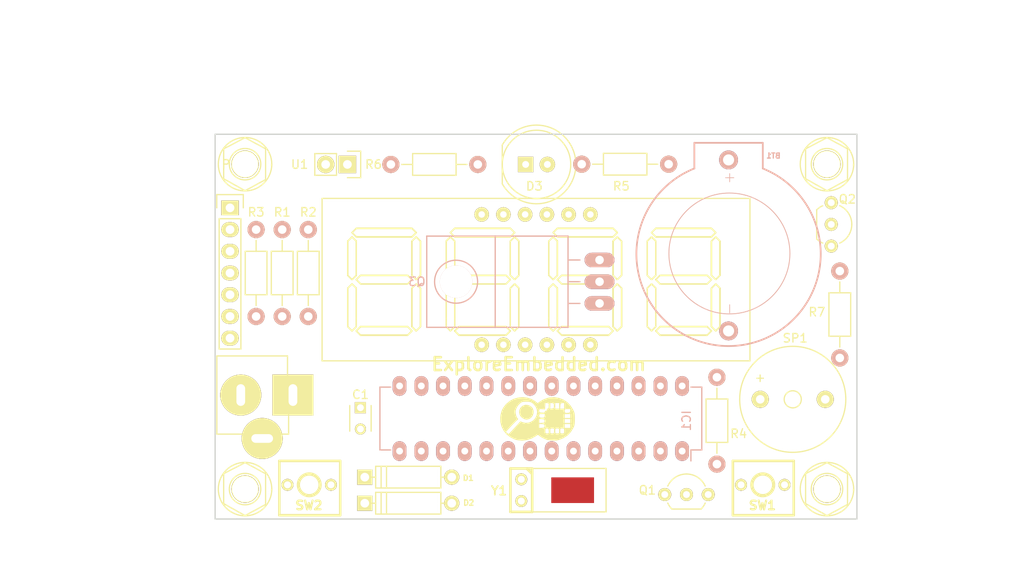
<source format=kicad_pcb>
(kicad_pcb (version 4) (host pcbnew "(2015-01-16 BZR 5376)-product")

  (general
    (links 58)
    (no_connects 58)
    (area 172.424999 29.924999 247.575001 75.075001)
    (thickness 1.6)
    (drawings 15)
    (tracks 0)
    (zones 0)
    (modules 29)
    (nets 36)
  )

  (page A4)
  (layers
    (0 F.Cu signal)
    (31 B.Cu signal)
    (32 B.Adhes user)
    (33 F.Adhes user)
    (34 B.Paste user)
    (35 F.Paste user)
    (36 B.SilkS user)
    (37 F.SilkS user)
    (38 B.Mask user)
    (39 F.Mask user)
    (40 Dwgs.User user)
    (41 Cmts.User user)
    (42 Eco1.User user)
    (43 Eco2.User user)
    (44 Edge.Cuts user)
    (45 Margin user)
    (46 B.CrtYd user)
    (47 F.CrtYd user)
    (48 B.Fab user)
    (49 F.Fab user)
  )

  (setup
    (last_trace_width 0.254)
    (trace_clearance 0.254)
    (zone_clearance 0.508)
    (zone_45_only no)
    (trace_min 0.254)
    (segment_width 0.2)
    (edge_width 0.15)
    (via_size 0.889)
    (via_drill 0.635)
    (via_min_size 0.889)
    (via_min_drill 0.508)
    (uvia_size 0.508)
    (uvia_drill 0.127)
    (uvias_allowed no)
    (uvia_min_size 0.508)
    (uvia_min_drill 0.127)
    (pcb_text_width 0.3)
    (pcb_text_size 1.5 1.5)
    (mod_edge_width 0.15)
    (mod_text_size 1.5 1.5)
    (mod_text_width 0.15)
    (pad_size 1.7 1.7)
    (pad_drill 0.762)
    (pad_to_mask_clearance 0.2)
    (aux_axis_origin 0 0)
    (visible_elements 7FFFF7FF)
    (pcbplotparams
      (layerselection 0x00030_80000001)
      (usegerberextensions false)
      (excludeedgelayer true)
      (linewidth 0.100000)
      (plotframeref false)
      (viasonmask false)
      (mode 1)
      (useauxorigin false)
      (hpglpennumber 1)
      (hpglpenspeed 20)
      (hpglpendiameter 15)
      (hpglpenoverlay 2)
      (psnegative false)
      (psa4output false)
      (plotreference true)
      (plotvalue true)
      (plotinvisibletext false)
      (padsonsilk false)
      (subtractmaskfromsilk false)
      (outputformat 1)
      (mirror false)
      (drillshape 1)
      (scaleselection 1)
      (outputdirectory ""))
  )

  (net 0 "")
  (net 1 "Net-(BT1-Pad1)")
  (net 2 GND)
  (net 3 /DTR)
  (net 4 "Net-(C1-Pad2)")
  (net 5 "Net-(CON1-Pad1)")
  (net 6 VCC)
  (net 7 /TXD)
  (net 8 /RXD)
  (net 9 /A)
  (net 10 /B)
  (net 11 /SET)
  (net 12 "Net-(IC1-Pad9)")
  (net 13 "Net-(IC1-Pad10)")
  (net 14 "Net-(IC1-Pad11)")
  (net 15 "Net-(IC1-Pad12)")
  (net 16 /Mode)
  (net 17 /C)
  (net 18 /D)
  (net 19 /E)
  (net 20 /F)
  (net 21 /G)
  (net 22 /DP)
  (net 23 /Vsense)
  (net 24 "Net-(IC1-Pad24)")
  (net 25 /Digit1)
  (net 26 /Digit2)
  (net 27 /Digit3)
  (net 28 /Digit4)
  (net 29 "Net-(P1-Pad2)")
  (net 30 "Net-(P1-Pad6)")
  (net 31 "Net-(Q1-Pad2)")
  (net 32 "Net-(Q1-Pad1)")
  (net 33 "Net-(D3-Pad2)")
  (net 34 "Net-(Q2-Pad2)")
  (net 35 "Net-(Q2-Pad1)")

  (net_class Default "This is the default net class."
    (clearance 0.254)
    (trace_width 0.254)
    (via_dia 0.889)
    (via_drill 0.635)
    (uvia_dia 0.508)
    (uvia_drill 0.127)
    (add_net /A)
    (add_net /B)
    (add_net /C)
    (add_net /D)
    (add_net /DP)
    (add_net /DTR)
    (add_net /Digit1)
    (add_net /Digit2)
    (add_net /Digit3)
    (add_net /Digit4)
    (add_net /E)
    (add_net /F)
    (add_net /G)
    (add_net /Mode)
    (add_net /RXD)
    (add_net /SET)
    (add_net /TXD)
    (add_net /Vsense)
    (add_net GND)
    (add_net "Net-(BT1-Pad1)")
    (add_net "Net-(C1-Pad2)")
    (add_net "Net-(CON1-Pad1)")
    (add_net "Net-(D3-Pad2)")
    (add_net "Net-(IC1-Pad10)")
    (add_net "Net-(IC1-Pad11)")
    (add_net "Net-(IC1-Pad12)")
    (add_net "Net-(IC1-Pad24)")
    (add_net "Net-(IC1-Pad9)")
    (add_net "Net-(P1-Pad2)")
    (add_net "Net-(P1-Pad6)")
    (add_net "Net-(Q1-Pad1)")
    (add_net "Net-(Q1-Pad2)")
    (add_net "Net-(Q2-Pad1)")
    (add_net "Net-(Q2-Pad2)")
    (add_net VCC)
  )

  (module EE:RTC_Battery_Holder (layer B.Cu) (tedit 57F74E1D) (tstamp 57F750B2)
    (at 232.5 53 90)
    (path /57EFA0EE)
    (attr virtual)
    (fp_text reference BT1 (at 20.488 5.244 360) (layer B.SilkS)
      (effects (font (size 0.6 0.6) (thickness 0.15)) (justify mirror))
    )
    (fp_text value CR-2032 (at 0 -2.54 360) (layer B.SilkS) hide
      (effects (font (size 0.4064 0.4064) (thickness 0.0889)) (justify mirror))
    )
    (fp_line (start 18.9992 3.99796) (end 21.99894 3.99796) (layer B.SilkS) (width 0.2032))
    (fp_line (start 21.99894 3.99796) (end 21.99894 -3.99796) (layer B.SilkS) (width 0.2032))
    (fp_line (start 21.99894 -3.99796) (end 18.9992 -3.99796) (layer B.SilkS) (width 0.2032))
    (fp_circle (center 9.05764 0.09906) (end 14.05636 5.09778) (layer B.SilkS) (width 0.1016))
    (fp_arc (start 8.99922 0) (end 18.9992 -3.99796) (angle -316.3) (layer B.SilkS) (width 0.2032))
    (fp_text user + (at 17.9197 0.03302 90) (layer B.SilkS)
      (effects (font (size 1.27 1.27) (thickness 0.0889)) (justify mirror))
    )
    (fp_text user - (at 2.58318 0.03302 90) (layer B.SilkS)
      (effects (font (size 1.27 1.27) (thickness 0.0889)) (justify mirror))
    )
    (pad 1 thru_hole circle (at 19.99996 0 90) (size 2.2 2.2) (drill 1.29794) (layers *.Cu *.Mask B.Paste B.SilkS)
      (net 1 "Net-(BT1-Pad1)"))
    (pad 2 thru_hole circle (at 0 0 90) (size 2.2 2.2) (drill 1.29794) (layers *.Cu *.Mask B.Paste B.SilkS)
      (net 2 GND))
  )

  (module Capacitors_ThroughHole:C_Disc_D3_P2.5 (layer F.Cu) (tedit 57F74E80) (tstamp 57F36881)
    (at 189.484 61.976 270)
    (descr "Capacitor 3mm Disc, Pitch 2.5mm")
    (tags Capacitor)
    (path /57EFE2B6)
    (fp_text reference C1 (at -1.524 0 360) (layer F.SilkS)
      (effects (font (size 1 1) (thickness 0.15)))
    )
    (fp_text value 0.1uF (at 1.25 2.5 270) (layer F.Fab) hide
      (effects (font (size 1 1) (thickness 0.15)))
    )
    (fp_line (start -0.9 -1.5) (end 3.4 -1.5) (layer F.CrtYd) (width 0.05))
    (fp_line (start 3.4 -1.5) (end 3.4 1.5) (layer F.CrtYd) (width 0.05))
    (fp_line (start 3.4 1.5) (end -0.9 1.5) (layer F.CrtYd) (width 0.05))
    (fp_line (start -0.9 1.5) (end -0.9 -1.5) (layer F.CrtYd) (width 0.05))
    (fp_line (start -0.25 -1.25) (end 2.75 -1.25) (layer F.SilkS) (width 0.15))
    (fp_line (start 2.75 1.25) (end -0.25 1.25) (layer F.SilkS) (width 0.15))
    (pad 1 thru_hole rect (at 0 0 270) (size 1.3 1.3) (drill 0.8) (layers *.Cu *.Mask F.SilkS)
      (net 3 /DTR))
    (pad 2 thru_hole circle (at 2.5 0 270) (size 1.3 1.3) (drill 0.8001) (layers *.Cu *.Mask F.SilkS)
      (net 4 "Net-(C1-Pad2)"))
    (model Capacitors_ThroughHole.3dshapes/C_Disc_D3_P2.5.wrl
      (at (xyz 0.0492126 0 0))
      (scale (xyz 1 1 1))
      (rotate (xyz 0 0 0))
    )
  )

  (module EE:DC_Jack (layer F.Cu) (tedit 56BDB900) (tstamp 57F3688E)
    (at 175.5 60.5)
    (descr "module 1 pin (ou trou mecanique de percage)")
    (tags "CONN JACK")
    (path /57EF9D5E)
    (fp_text reference CON1 (at 0.254 -5.588) (layer F.SilkS) hide
      (effects (font (size 1.016 1.016) (thickness 0.254)))
    )
    (fp_text value BARREL_JACK (at -1.204 -5.456) (layer F.SilkS) hide
      (effects (font (size 1.016 1.016) (thickness 0.254)))
    )
    (fp_line (start 5.588 2.413) (end 5.588 4.572) (layer F.SilkS) (width 0.15))
    (fp_line (start 5.588 4.572) (end 4.826 4.572) (layer F.SilkS) (width 0.15))
    (fp_line (start -2.794 -4.572) (end 5.461 -4.572) (layer F.SilkS) (width 0.15))
    (fp_line (start 5.461 -4.572) (end 5.461 -2.413) (layer F.SilkS) (width 0.15))
    (fp_line (start -2.794 4.572) (end 0.127 4.572) (layer F.SilkS) (width 0.15))
    (fp_line (start -2.794 -4.572) (end -2.794 4.572) (layer F.SilkS) (width 0.15))
    (pad 2 thru_hole circle (at 0 0) (size 4.8006 4.8006) (drill oval 1.016 2.54) (layers *.Cu *.Mask F.SilkS)
      (net 2 GND))
    (pad 1 thru_hole rect (at 6.096 0) (size 4.8006 4.8006) (drill oval 1.016 2.54) (layers *.Cu *.Mask F.SilkS)
      (net 5 "Net-(CON1-Pad1)"))
    (pad 3 thru_hole circle (at 2.5 5.08) (size 4.8006 4.8006) (drill oval 2.54 1.016) (layers *.Cu *.Mask F.SilkS)
      (net 2 GND))
    (model connectors/POWER_21.wrl
      (at (xyz 0 0 0))
      (scale (xyz 0.8 0.8 0.8))
      (rotate (xyz 0 0 0))
    )
  )

  (module EE:Diode_D4 (layer F.Cu) (tedit 57F74E83) (tstamp 57F3689C)
    (at 195.072 70.104 180)
    (descr "Diode 4 pas")
    (tags "DIODE DEV")
    (path /57EF9F5F)
    (fp_text reference D1 (at -7.0104 -0.1016 180) (layer F.SilkS)
      (effects (font (size 0.635 0.635) (thickness 0.15)))
    )
    (fp_text value D_Schottky (at 0 0 180) (layer F.Fab) hide
      (effects (font (size 1 1) (thickness 0.15)))
    )
    (fp_line (start -3.81 -1.27) (end 3.81 -1.27) (layer F.SilkS) (width 0.15))
    (fp_line (start 3.81 -1.27) (end 3.81 1.27) (layer F.SilkS) (width 0.15))
    (fp_line (start 3.81 1.27) (end -3.81 1.27) (layer F.SilkS) (width 0.15))
    (fp_line (start -3.81 1.27) (end -3.81 -1.27) (layer F.SilkS) (width 0.15))
    (fp_line (start 3.175 -1.27) (end 3.175 1.27) (layer F.SilkS) (width 0.15))
    (fp_line (start 2.54 1.27) (end 2.54 -1.27) (layer F.SilkS) (width 0.15))
    (fp_line (start -3.81 0) (end -5.08 0) (layer F.SilkS) (width 0.15))
    (fp_line (start 3.81 0) (end 5.08 0) (layer F.SilkS) (width 0.15))
    (pad 1 thru_hole circle (at -5.08 0 180) (size 1.778 1.778) (drill 1.016) (layers *.Cu *.Mask F.SilkS)
      (net 6 VCC))
    (pad 2 thru_hole rect (at 5.08 0 180) (size 1.778 1.778) (drill 1.016) (layers *.Cu *.Mask F.SilkS)
      (net 5 "Net-(CON1-Pad1)"))
    (model Discret.3dshapes/D4.wrl
      (at (xyz 0 0 0))
      (scale (xyz 0.4 0.4 0.4))
      (rotate (xyz 0 0 0))
    )
  )

  (module EE:Diode_D4 (layer F.Cu) (tedit 57F74E86) (tstamp 57F368AA)
    (at 195.072 73.152 180)
    (descr "Diode 4 pas")
    (tags "DIODE DEV")
    (path /57EF9FF1)
    (fp_text reference D2 (at -7.0612 0.0508 180) (layer F.SilkS)
      (effects (font (size 0.635 0.635) (thickness 0.15)))
    )
    (fp_text value D_Schottky (at 0 0 180) (layer F.Fab) hide
      (effects (font (size 1 1) (thickness 0.15)))
    )
    (fp_line (start -3.81 -1.27) (end 3.81 -1.27) (layer F.SilkS) (width 0.15))
    (fp_line (start 3.81 -1.27) (end 3.81 1.27) (layer F.SilkS) (width 0.15))
    (fp_line (start 3.81 1.27) (end -3.81 1.27) (layer F.SilkS) (width 0.15))
    (fp_line (start -3.81 1.27) (end -3.81 -1.27) (layer F.SilkS) (width 0.15))
    (fp_line (start 3.175 -1.27) (end 3.175 1.27) (layer F.SilkS) (width 0.15))
    (fp_line (start 2.54 1.27) (end 2.54 -1.27) (layer F.SilkS) (width 0.15))
    (fp_line (start -3.81 0) (end -5.08 0) (layer F.SilkS) (width 0.15))
    (fp_line (start 3.81 0) (end 5.08 0) (layer F.SilkS) (width 0.15))
    (pad 1 thru_hole circle (at -5.08 0 180) (size 1.778 1.778) (drill 1.016) (layers *.Cu *.Mask F.SilkS)
      (net 6 VCC))
    (pad 2 thru_hole rect (at 5.08 0 180) (size 1.778 1.778) (drill 1.016) (layers *.Cu *.Mask F.SilkS)
      (net 1 "Net-(BT1-Pad1)"))
    (model Discret.3dshapes/D4.wrl
      (at (xyz 0 0 0))
      (scale (xyz 0.4 0.4 0.4))
      (rotate (xyz 0 0 0))
    )
  )

  (module LEDs:LED-8MM (layer F.Cu) (tedit 57F74E63) (tstamp 57F6A578)
    (at 208.788 33.528)
    (descr "LED 8mm - Lead pitch 100mil (2,54mm)")
    (tags "LED led 8mm 8MM 100mil 2.54mm")
    (path /57F0B7AF)
    (fp_text reference D3 (at 1.016 2.54) (layer F.SilkS)
      (effects (font (size 1 1) (thickness 0.15)))
    )
    (fp_text value "0.5 W Straw Hat LED" (at 1.5 5.5) (layer F.Fab) hide
      (effects (font (size 1 1) (thickness 0.15)))
    )
    (fp_line (start -3 -2.35) (end -3 2.35) (layer F.CrtYd) (width 0.05))
    (fp_line (start -2.73 -2.27) (end -2.73 2.27) (layer F.SilkS) (width 0.15))
    (fp_circle (center 1.27 0) (end 1.27 4) (layer F.SilkS) (width 0.15))
    (fp_arc (start 1.25 0) (end -3 -2.35) (angle 302) (layer F.CrtYd) (width 0.05))
    (fp_arc (start 1.27 0) (end -2.73 -2.27) (angle 300.7) (layer F.SilkS) (width 0.15))
    (pad 2 thru_hole circle (at 2.54 0 180) (size 1.8 1.8) (drill 0.8) (layers *.Cu *.Mask F.SilkS)
      (net 33 "Net-(D3-Pad2)"))
    (pad 1 thru_hole rect (at 0 0 180) (size 1.8 1.8) (drill 0.8) (layers *.Cu *.Mask F.SilkS)
      (net 6 VCC))
    (model LEDs.3dshapes/LED-8MM.wrl
      (at (xyz 0 0 0))
      (scale (xyz 1 1 1))
      (rotate (xyz 0 0 0))
    )
  )

  (module Housings_DIP:DIP-28_W7.62mm_LongPads (layer B.Cu) (tedit 57F74E95) (tstamp 57F6A53B)
    (at 227.076 67.056 90)
    (descr "28-lead dip package, row spacing 7.62 mm (300 mils), longer pads")
    (tags "dil dip 2.54 300")
    (path /57EF89E4)
    (fp_text reference IC1 (at 3.556 0.508 90) (layer B.SilkS)
      (effects (font (size 1 1) (thickness 0.15)) (justify mirror))
    )
    (fp_text value ATMEGA328P-P (at 0 3.72 90) (layer B.Fab) hide
      (effects (font (size 1 1) (thickness 0.15)) (justify mirror))
    )
    (fp_line (start -1.4 2.45) (end -1.4 -35.5) (layer B.CrtYd) (width 0.05))
    (fp_line (start 9 2.45) (end 9 -35.5) (layer B.CrtYd) (width 0.05))
    (fp_line (start -1.4 2.45) (end 9 2.45) (layer B.CrtYd) (width 0.05))
    (fp_line (start -1.4 -35.5) (end 9 -35.5) (layer B.CrtYd) (width 0.05))
    (fp_line (start 0.135 2.295) (end 0.135 1.025) (layer B.SilkS) (width 0.15))
    (fp_line (start 7.485 2.295) (end 7.485 1.025) (layer B.SilkS) (width 0.15))
    (fp_line (start 7.485 -35.315) (end 7.485 -34.045) (layer B.SilkS) (width 0.15))
    (fp_line (start 0.135 -35.315) (end 0.135 -34.045) (layer B.SilkS) (width 0.15))
    (fp_line (start 0.135 2.295) (end 7.485 2.295) (layer B.SilkS) (width 0.15))
    (fp_line (start 0.135 -35.315) (end 7.485 -35.315) (layer B.SilkS) (width 0.15))
    (fp_line (start 0.135 1.025) (end -1.15 1.025) (layer B.SilkS) (width 0.15))
    (pad 1 thru_hole oval (at 0 0 90) (size 2.3 1.6) (drill 0.8) (layers *.Cu *.Mask B.SilkS)
      (net 4 "Net-(C1-Pad2)"))
    (pad 2 thru_hole oval (at 0 -2.54 90) (size 2.3 1.6) (drill 0.8) (layers *.Cu *.Mask B.SilkS)
      (net 7 /TXD))
    (pad 3 thru_hole oval (at 0 -5.08 90) (size 2.3 1.6) (drill 0.8) (layers *.Cu *.Mask B.SilkS)
      (net 8 /RXD))
    (pad 4 thru_hole oval (at 0 -7.62 90) (size 2.3 1.6) (drill 0.8) (layers *.Cu *.Mask B.SilkS)
      (net 9 /A))
    (pad 5 thru_hole oval (at 0 -10.16 90) (size 2.3 1.6) (drill 0.8) (layers *.Cu *.Mask B.SilkS)
      (net 10 /B))
    (pad 6 thru_hole oval (at 0 -12.7 90) (size 2.3 1.6) (drill 0.8) (layers *.Cu *.Mask B.SilkS)
      (net 11 /SET))
    (pad 7 thru_hole oval (at 0 -15.24 90) (size 2.3 1.6) (drill 0.8) (layers *.Cu *.Mask B.SilkS)
      (net 6 VCC))
    (pad 8 thru_hole oval (at 0 -17.78 90) (size 2.3 1.6) (drill 0.8) (layers *.Cu *.Mask B.SilkS)
      (net 2 GND))
    (pad 9 thru_hole oval (at 0 -20.32 90) (size 2.3 1.6) (drill 0.8) (layers *.Cu *.Mask B.SilkS)
      (net 12 "Net-(IC1-Pad9)"))
    (pad 10 thru_hole oval (at 0 -22.86 90) (size 2.3 1.6) (drill 0.8) (layers *.Cu *.Mask B.SilkS)
      (net 13 "Net-(IC1-Pad10)"))
    (pad 11 thru_hole oval (at 0 -25.4 90) (size 2.3 1.6) (drill 0.8) (layers *.Cu *.Mask B.SilkS)
      (net 14 "Net-(IC1-Pad11)"))
    (pad 12 thru_hole oval (at 0 -27.94 90) (size 2.3 1.6) (drill 0.8) (layers *.Cu *.Mask B.SilkS)
      (net 15 "Net-(IC1-Pad12)"))
    (pad 13 thru_hole oval (at 0 -30.48 90) (size 2.3 1.6) (drill 0.8) (layers *.Cu *.Mask B.SilkS)
      (net 16 /Mode))
    (pad 14 thru_hole oval (at 0 -33.02 90) (size 2.3 1.6) (drill 0.8) (layers *.Cu *.Mask B.SilkS)
      (net 17 /C))
    (pad 15 thru_hole oval (at 7.62 -33.02 90) (size 2.3 1.6) (drill 0.8) (layers *.Cu *.Mask B.SilkS)
      (net 18 /D))
    (pad 16 thru_hole oval (at 7.62 -30.48 90) (size 2.3 1.6) (drill 0.8) (layers *.Cu *.Mask B.SilkS)
      (net 19 /E))
    (pad 17 thru_hole oval (at 7.62 -27.94 90) (size 2.3 1.6) (drill 0.8) (layers *.Cu *.Mask B.SilkS)
      (net 20 /F))
    (pad 18 thru_hole oval (at 7.62 -25.4 90) (size 2.3 1.6) (drill 0.8) (layers *.Cu *.Mask B.SilkS)
      (net 21 /G))
    (pad 19 thru_hole oval (at 7.62 -22.86 90) (size 2.3 1.6) (drill 0.8) (layers *.Cu *.Mask B.SilkS)
      (net 22 /DP))
    (pad 20 thru_hole oval (at 7.62 -20.32 90) (size 2.3 1.6) (drill 0.8) (layers *.Cu *.Mask B.SilkS)
      (net 6 VCC))
    (pad 21 thru_hole oval (at 7.62 -17.78 90) (size 2.3 1.6) (drill 0.8) (layers *.Cu *.Mask B.SilkS)
      (net 6 VCC))
    (pad 22 thru_hole oval (at 7.62 -15.24 90) (size 2.3 1.6) (drill 0.8) (layers *.Cu *.Mask B.SilkS)
      (net 2 GND))
    (pad 23 thru_hole oval (at 7.62 -12.7 90) (size 2.3 1.6) (drill 0.8) (layers *.Cu *.Mask B.SilkS)
      (net 23 /Vsense))
    (pad 24 thru_hole oval (at 7.62 -10.16 90) (size 2.3 1.6) (drill 0.8) (layers *.Cu *.Mask B.SilkS)
      (net 24 "Net-(IC1-Pad24)"))
    (pad 25 thru_hole oval (at 7.62 -7.62 90) (size 2.3 1.6) (drill 0.8) (layers *.Cu *.Mask B.SilkS)
      (net 25 /Digit1))
    (pad 26 thru_hole oval (at 7.62 -5.08 90) (size 2.3 1.6) (drill 0.8) (layers *.Cu *.Mask B.SilkS)
      (net 26 /Digit2))
    (pad 27 thru_hole oval (at 7.62 -2.54 90) (size 2.3 1.6) (drill 0.8) (layers *.Cu *.Mask B.SilkS)
      (net 27 /Digit3))
    (pad 28 thru_hole oval (at 7.62 0 90) (size 2.3 1.6) (drill 0.8) (layers *.Cu *.Mask B.SilkS)
      (net 28 /Digit4))
    (model Housings_DIP.3dshapes/DIP-28_W7.62mm_LongPads.wrl
      (at (xyz 0 0 0))
      (scale (xyz 1 1 1))
      (rotate (xyz 0 0 0))
    )
  )

  (module Pin_Headers:Pin_Header_Straight_1x07 (layer F.Cu) (tedit 57F74E71) (tstamp 57F368F6)
    (at 174.244 38.608)
    (descr "Through hole pin header")
    (tags "pin header")
    (path /57EFC949)
    (fp_text reference P1 (at 0 -5.1) (layer F.SilkS)
      (effects (font (size 1 1) (thickness 0.15)))
    )
    (fp_text value CONN_01X07 (at 0 -3.1) (layer F.Fab) hide
      (effects (font (size 1 1) (thickness 0.15)))
    )
    (fp_line (start -1.75 -1.75) (end -1.75 17) (layer F.CrtYd) (width 0.05))
    (fp_line (start 1.75 -1.75) (end 1.75 17) (layer F.CrtYd) (width 0.05))
    (fp_line (start -1.75 -1.75) (end 1.75 -1.75) (layer F.CrtYd) (width 0.05))
    (fp_line (start -1.75 17) (end 1.75 17) (layer F.CrtYd) (width 0.05))
    (fp_line (start 1.27 1.27) (end 1.27 16.51) (layer F.SilkS) (width 0.15))
    (fp_line (start 1.27 16.51) (end -1.27 16.51) (layer F.SilkS) (width 0.15))
    (fp_line (start -1.27 16.51) (end -1.27 1.27) (layer F.SilkS) (width 0.15))
    (fp_line (start 1.55 -1.55) (end 1.55 0) (layer F.SilkS) (width 0.15))
    (fp_line (start 1.27 1.27) (end -1.27 1.27) (layer F.SilkS) (width 0.15))
    (fp_line (start -1.55 0) (end -1.55 -1.55) (layer F.SilkS) (width 0.15))
    (fp_line (start -1.55 -1.55) (end 1.55 -1.55) (layer F.SilkS) (width 0.15))
    (pad 1 thru_hole rect (at 0 0) (size 2.032 1.7272) (drill 1.016) (layers *.Cu *.Mask F.SilkS)
      (net 2 GND))
    (pad 2 thru_hole oval (at 0 2.54) (size 2.032 1.7272) (drill 1.016) (layers *.Cu *.Mask F.SilkS)
      (net 29 "Net-(P1-Pad2)"))
    (pad 3 thru_hole oval (at 0 5.08) (size 2.032 1.7272) (drill 1.016) (layers *.Cu *.Mask F.SilkS)
      (net 6 VCC))
    (pad 4 thru_hole oval (at 0 7.62) (size 2.032 1.7272) (drill 1.016) (layers *.Cu *.Mask F.SilkS)
      (net 7 /TXD))
    (pad 5 thru_hole oval (at 0 10.16) (size 2.032 1.7272) (drill 1.016) (layers *.Cu *.Mask F.SilkS)
      (net 8 /RXD))
    (pad 6 thru_hole oval (at 0 12.7) (size 2.032 1.7272) (drill 1.016) (layers *.Cu *.Mask F.SilkS)
      (net 30 "Net-(P1-Pad6)"))
    (pad 7 thru_hole oval (at 0 15.24) (size 2.032 1.7272) (drill 1.016) (layers *.Cu *.Mask F.SilkS)
      (net 3 /DTR))
    (model Pin_Headers.3dshapes/Pin_Header_Straight_1x07.wrl
      (at (xyz 0 -0.3 0))
      (scale (xyz 1 1 1))
      (rotate (xyz 0 0 90))
    )
  )

  (module TO_SOT_Packages_THT:TO-92_Inline_Wide (layer F.Cu) (tedit 57F74E8B) (tstamp 57F36906)
    (at 225.044 72.136)
    (descr "TO-92 leads in-line, wide, drill 0.8mm (see NXP sot054_po.pdf)")
    (tags "to-92 sc-43 sc-43a sot54 PA33 transistor")
    (path /57F0908C)
    (fp_text reference Q1 (at -2.032 -0.508 180) (layer F.SilkS)
      (effects (font (size 1 1) (thickness 0.15)))
    )
    (fp_text value BC547 (at 0 3) (layer F.Fab) hide
      (effects (font (size 1 1) (thickness 0.15)))
    )
    (fp_arc (start 2.54 0) (end 0.84 1.7) (angle 20.5) (layer F.SilkS) (width 0.15))
    (fp_arc (start 2.54 0) (end 4.24 1.7) (angle -20.5) (layer F.SilkS) (width 0.15))
    (fp_line (start -1 1.95) (end -1 -2.65) (layer F.CrtYd) (width 0.05))
    (fp_line (start -1 1.95) (end 6.1 1.95) (layer F.CrtYd) (width 0.05))
    (fp_line (start 0.84 1.7) (end 4.24 1.7) (layer F.SilkS) (width 0.15))
    (fp_arc (start 2.54 0) (end 2.54 -2.4) (angle -65.55604127) (layer F.SilkS) (width 0.15))
    (fp_arc (start 2.54 0) (end 2.54 -2.4) (angle 65.55604127) (layer F.SilkS) (width 0.15))
    (fp_line (start -1 -2.65) (end 6.1 -2.65) (layer F.CrtYd) (width 0.05))
    (fp_line (start 6.1 1.95) (end 6.1 -2.65) (layer F.CrtYd) (width 0.05))
    (pad 2 thru_hole circle (at 2.54 0 90) (size 1.524 1.524) (drill 0.8) (layers *.Cu *.Mask F.SilkS)
      (net 31 "Net-(Q1-Pad2)"))
    (pad 3 thru_hole circle (at 5.08 0 90) (size 1.524 1.524) (drill 0.8) (layers *.Cu *.Mask F.SilkS)
      (net 2 GND))
    (pad 1 thru_hole circle (at 0 0 90) (size 1.524 1.524) (drill 0.8) (layers *.Cu *.Mask F.SilkS)
      (net 32 "Net-(Q1-Pad1)"))
    (model TO_SOT_Packages_THT.3dshapes/TO-92_Inline_Wide.wrl
      (at (xyz 0.1 0 0))
      (scale (xyz 1 1 1))
      (rotate (xyz 0 0 -90))
    )
  )

  (module Resistors_ThroughHole:Resistor_Horizontal_RM10mm (layer F.Cu) (tedit 57F74E7B) (tstamp 57F6A0AE)
    (at 180.34 41.148 270)
    (descr "Resistor, Axial,  RM 10mm, 1/3W")
    (tags "Resistor Axial RM 10mm 1/3W")
    (path /57F348A8)
    (fp_text reference R1 (at -2.032 0 360) (layer F.SilkS)
      (effects (font (size 1 1) (thickness 0.15)))
    )
    (fp_text value E (at 5.08 3.81 270) (layer F.Fab) hide
      (effects (font (size 1 1) (thickness 0.15)))
    )
    (fp_line (start -1.25 -1.5) (end 11.4 -1.5) (layer F.CrtYd) (width 0.05))
    (fp_line (start -1.25 1.5) (end -1.25 -1.5) (layer F.CrtYd) (width 0.05))
    (fp_line (start 11.4 -1.5) (end 11.4 1.5) (layer F.CrtYd) (width 0.05))
    (fp_line (start -1.25 1.5) (end 11.4 1.5) (layer F.CrtYd) (width 0.05))
    (fp_line (start 2.54 -1.27) (end 7.62 -1.27) (layer F.SilkS) (width 0.15))
    (fp_line (start 7.62 -1.27) (end 7.62 1.27) (layer F.SilkS) (width 0.15))
    (fp_line (start 7.62 1.27) (end 2.54 1.27) (layer F.SilkS) (width 0.15))
    (fp_line (start 2.54 1.27) (end 2.54 -1.27) (layer F.SilkS) (width 0.15))
    (fp_line (start 2.54 0) (end 1.27 0) (layer F.SilkS) (width 0.15))
    (fp_line (start 7.62 0) (end 8.89 0) (layer F.SilkS) (width 0.15))
    (pad 1 thru_hole circle (at 0 0 270) (size 1.99898 1.99898) (drill 1.00076) (layers *.Cu *.SilkS *.Mask)
      (net 23 /Vsense))
    (pad 2 thru_hole circle (at 10.16 0 270) (size 1.99898 1.99898) (drill 1.00076) (layers *.Cu *.SilkS *.Mask)
      (net 2 GND))
    (model Resistors_ThroughHole.3dshapes/Resistor_Horizontal_RM10mm.wrl
      (at (xyz 0.2 0 0))
      (scale (xyz 0.4 0.4 0.4))
      (rotate (xyz 0 0 0))
    )
  )

  (module Resistors_ThroughHole:Resistor_Horizontal_RM10mm (layer F.Cu) (tedit 57F74E76) (tstamp 57F36926)
    (at 183.388 51.308 90)
    (descr "Resistor, Axial,  RM 10mm, 1/3W")
    (tags "Resistor Axial RM 10mm 1/3W")
    (path /57F34619)
    (fp_text reference R2 (at 12.192 0 180) (layer F.SilkS)
      (effects (font (size 1 1) (thickness 0.15)))
    )
    (fp_text value E (at 5.08 3.81 90) (layer F.Fab) hide
      (effects (font (size 1 1) (thickness 0.15)))
    )
    (fp_line (start -1.25 -1.5) (end 11.4 -1.5) (layer F.CrtYd) (width 0.05))
    (fp_line (start -1.25 1.5) (end -1.25 -1.5) (layer F.CrtYd) (width 0.05))
    (fp_line (start 11.4 -1.5) (end 11.4 1.5) (layer F.CrtYd) (width 0.05))
    (fp_line (start -1.25 1.5) (end 11.4 1.5) (layer F.CrtYd) (width 0.05))
    (fp_line (start 2.54 -1.27) (end 7.62 -1.27) (layer F.SilkS) (width 0.15))
    (fp_line (start 7.62 -1.27) (end 7.62 1.27) (layer F.SilkS) (width 0.15))
    (fp_line (start 7.62 1.27) (end 2.54 1.27) (layer F.SilkS) (width 0.15))
    (fp_line (start 2.54 1.27) (end 2.54 -1.27) (layer F.SilkS) (width 0.15))
    (fp_line (start 2.54 0) (end 1.27 0) (layer F.SilkS) (width 0.15))
    (fp_line (start 7.62 0) (end 8.89 0) (layer F.SilkS) (width 0.15))
    (pad 1 thru_hole circle (at 0 0 90) (size 1.99898 1.99898) (drill 1.00076) (layers *.Cu *.SilkS *.Mask)
      (net 5 "Net-(CON1-Pad1)"))
    (pad 2 thru_hole circle (at 10.16 0 90) (size 1.99898 1.99898) (drill 1.00076) (layers *.Cu *.SilkS *.Mask)
      (net 23 /Vsense))
    (model Resistors_ThroughHole.3dshapes/Resistor_Horizontal_RM10mm.wrl
      (at (xyz 0.2 0 0))
      (scale (xyz 0.4 0.4 0.4))
      (rotate (xyz 0 0 0))
    )
  )

  (module Resistors_ThroughHole:Resistor_Horizontal_RM10mm (layer F.Cu) (tedit 57F74CAE) (tstamp 57F36936)
    (at 177.292 41.148 270)
    (descr "Resistor, Axial,  RM 10mm, 1/3W")
    (tags "Resistor Axial RM 10mm 1/3W")
    (path /57EFDF36)
    (fp_text reference R3 (at -2.032 0 360) (layer F.SilkS)
      (effects (font (size 1 1) (thickness 0.15)))
    )
    (fp_text value 100K (at 5.08 3.81 270) (layer F.Fab)
      (effects (font (size 1 1) (thickness 0.15)))
    )
    (fp_line (start -1.25 -1.5) (end 11.4 -1.5) (layer F.CrtYd) (width 0.05))
    (fp_line (start -1.25 1.5) (end -1.25 -1.5) (layer F.CrtYd) (width 0.05))
    (fp_line (start 11.4 -1.5) (end 11.4 1.5) (layer F.CrtYd) (width 0.05))
    (fp_line (start -1.25 1.5) (end 11.4 1.5) (layer F.CrtYd) (width 0.05))
    (fp_line (start 2.54 -1.27) (end 7.62 -1.27) (layer F.SilkS) (width 0.15))
    (fp_line (start 7.62 -1.27) (end 7.62 1.27) (layer F.SilkS) (width 0.15))
    (fp_line (start 7.62 1.27) (end 2.54 1.27) (layer F.SilkS) (width 0.15))
    (fp_line (start 2.54 1.27) (end 2.54 -1.27) (layer F.SilkS) (width 0.15))
    (fp_line (start 2.54 0) (end 1.27 0) (layer F.SilkS) (width 0.15))
    (fp_line (start 7.62 0) (end 8.89 0) (layer F.SilkS) (width 0.15))
    (pad 1 thru_hole circle (at 0 0 270) (size 1.99898 1.99898) (drill 1.00076) (layers *.Cu *.SilkS *.Mask)
      (net 6 VCC))
    (pad 2 thru_hole circle (at 10.16 0 270) (size 1.99898 1.99898) (drill 1.00076) (layers *.Cu *.SilkS *.Mask)
      (net 4 "Net-(C1-Pad2)"))
    (model Resistors_ThroughHole.3dshapes/Resistor_Horizontal_RM10mm.wrl
      (at (xyz 0.2 0 0))
      (scale (xyz 0.4 0.4 0.4))
      (rotate (xyz 0 0 0))
    )
  )

  (module Resistors_ThroughHole:Resistor_Horizontal_RM10mm (layer F.Cu) (tedit 57F74E98) (tstamp 57F36946)
    (at 231.14 58.42 270)
    (descr "Resistor, Axial,  RM 10mm, 1/3W")
    (tags "Resistor Axial RM 10mm 1/3W")
    (path /57F0946C)
    (fp_text reference R4 (at 6.604 -2.54 360) (layer F.SilkS)
      (effects (font (size 1 1) (thickness 0.15)))
    )
    (fp_text value 470E (at 5.08 3.81 270) (layer F.Fab) hide
      (effects (font (size 1 1) (thickness 0.15)))
    )
    (fp_line (start -1.25 -1.5) (end 11.4 -1.5) (layer F.CrtYd) (width 0.05))
    (fp_line (start -1.25 1.5) (end -1.25 -1.5) (layer F.CrtYd) (width 0.05))
    (fp_line (start 11.4 -1.5) (end 11.4 1.5) (layer F.CrtYd) (width 0.05))
    (fp_line (start -1.25 1.5) (end 11.4 1.5) (layer F.CrtYd) (width 0.05))
    (fp_line (start 2.54 -1.27) (end 7.62 -1.27) (layer F.SilkS) (width 0.15))
    (fp_line (start 7.62 -1.27) (end 7.62 1.27) (layer F.SilkS) (width 0.15))
    (fp_line (start 7.62 1.27) (end 2.54 1.27) (layer F.SilkS) (width 0.15))
    (fp_line (start 2.54 1.27) (end 2.54 -1.27) (layer F.SilkS) (width 0.15))
    (fp_line (start 2.54 0) (end 1.27 0) (layer F.SilkS) (width 0.15))
    (fp_line (start 7.62 0) (end 8.89 0) (layer F.SilkS) (width 0.15))
    (pad 1 thru_hole circle (at 0 0 270) (size 1.99898 1.99898) (drill 1.00076) (layers *.Cu *.SilkS *.Mask)
      (net 31 "Net-(Q1-Pad2)"))
    (pad 2 thru_hole circle (at 10.16 0 270) (size 1.99898 1.99898) (drill 1.00076) (layers *.Cu *.SilkS *.Mask)
      (net 14 "Net-(IC1-Pad11)"))
    (model Resistors_ThroughHole.3dshapes/Resistor_Horizontal_RM10mm.wrl
      (at (xyz 0.2 0 0))
      (scale (xyz 0.4 0.4 0.4))
      (rotate (xyz 0 0 0))
    )
  )

  (module Resistors_ThroughHole:Resistor_Horizontal_RM10mm (layer F.Cu) (tedit 57F74E5C) (tstamp 57F36956)
    (at 225.5 33.5 180)
    (descr "Resistor, Axial,  RM 10mm, 1/3W")
    (tags "Resistor Axial RM 10mm 1/3W")
    (path /57F0C815)
    (fp_text reference R5 (at 5.536 -2.568 180) (layer F.SilkS)
      (effects (font (size 1 1) (thickness 0.15)))
    )
    (fp_text value 10K (at 5.08 3.81 180) (layer F.Fab) hide
      (effects (font (size 1 1) (thickness 0.15)))
    )
    (fp_line (start -1.25 -1.5) (end 11.4 -1.5) (layer F.CrtYd) (width 0.05))
    (fp_line (start -1.25 1.5) (end -1.25 -1.5) (layer F.CrtYd) (width 0.05))
    (fp_line (start 11.4 -1.5) (end 11.4 1.5) (layer F.CrtYd) (width 0.05))
    (fp_line (start -1.25 1.5) (end 11.4 1.5) (layer F.CrtYd) (width 0.05))
    (fp_line (start 2.54 -1.27) (end 7.62 -1.27) (layer F.SilkS) (width 0.15))
    (fp_line (start 7.62 -1.27) (end 7.62 1.27) (layer F.SilkS) (width 0.15))
    (fp_line (start 7.62 1.27) (end 2.54 1.27) (layer F.SilkS) (width 0.15))
    (fp_line (start 2.54 1.27) (end 2.54 -1.27) (layer F.SilkS) (width 0.15))
    (fp_line (start 2.54 0) (end 1.27 0) (layer F.SilkS) (width 0.15))
    (fp_line (start 7.62 0) (end 8.89 0) (layer F.SilkS) (width 0.15))
    (pad 1 thru_hole circle (at 0 0 180) (size 1.99898 1.99898) (drill 1.00076) (layers *.Cu *.SilkS *.Mask)
      (net 35 "Net-(Q2-Pad1)"))
    (pad 2 thru_hole circle (at 10.16 0 180) (size 1.99898 1.99898) (drill 1.00076) (layers *.Cu *.SilkS *.Mask)
      (net 15 "Net-(IC1-Pad12)"))
    (model Resistors_ThroughHole.3dshapes/Resistor_Horizontal_RM10mm.wrl
      (at (xyz 0.2 0 0))
      (scale (xyz 0.4 0.4 0.4))
      (rotate (xyz 0 0 0))
    )
  )

  (module Resistors_ThroughHole:Resistor_Horizontal_RM10mm (layer F.Cu) (tedit 57F74E59) (tstamp 57F36966)
    (at 203.2 33.528 180)
    (descr "Resistor, Axial,  RM 10mm, 1/3W")
    (tags "Resistor Axial RM 10mm 1/3W")
    (path /57F35736)
    (fp_text reference R6 (at 12.192 0 180) (layer F.SilkS)
      (effects (font (size 1 1) (thickness 0.15)))
    )
    (fp_text value 100K (at 5.08 3.81 180) (layer F.Fab) hide
      (effects (font (size 1 1) (thickness 0.15)))
    )
    (fp_line (start -1.25 -1.5) (end 11.4 -1.5) (layer F.CrtYd) (width 0.05))
    (fp_line (start -1.25 1.5) (end -1.25 -1.5) (layer F.CrtYd) (width 0.05))
    (fp_line (start 11.4 -1.5) (end 11.4 1.5) (layer F.CrtYd) (width 0.05))
    (fp_line (start -1.25 1.5) (end 11.4 1.5) (layer F.CrtYd) (width 0.05))
    (fp_line (start 2.54 -1.27) (end 7.62 -1.27) (layer F.SilkS) (width 0.15))
    (fp_line (start 7.62 -1.27) (end 7.62 1.27) (layer F.SilkS) (width 0.15))
    (fp_line (start 7.62 1.27) (end 2.54 1.27) (layer F.SilkS) (width 0.15))
    (fp_line (start 2.54 1.27) (end 2.54 -1.27) (layer F.SilkS) (width 0.15))
    (fp_line (start 2.54 0) (end 1.27 0) (layer F.SilkS) (width 0.15))
    (fp_line (start 7.62 0) (end 8.89 0) (layer F.SilkS) (width 0.15))
    (pad 1 thru_hole circle (at 0 0 180) (size 1.99898 1.99898) (drill 1.00076) (layers *.Cu *.SilkS *.Mask)
      (net 6 VCC))
    (pad 2 thru_hole circle (at 10.16 0 180) (size 1.99898 1.99898) (drill 1.00076) (layers *.Cu *.SilkS *.Mask)
      (net 24 "Net-(IC1-Pad24)"))
    (model Resistors_ThroughHole.3dshapes/Resistor_Horizontal_RM10mm.wrl
      (at (xyz 0.2 0 0))
      (scale (xyz 0.4 0.4 0.4))
      (rotate (xyz 0 0 0))
    )
  )

  (module Buzzers_Beepers:Buzzer_12x9.5RM7.6 (layer F.Cu) (tedit 57F74E90) (tstamp 57F6A56C)
    (at 240 61)
    (descr "Generic Buzzer, D12mm height 9.5mm with RM7.6mm")
    (tags buzzer)
    (path /57F080C5)
    (fp_text reference SP1 (at 0.284 -7.152) (layer F.SilkS)
      (effects (font (size 1 1) (thickness 0.15)))
    )
    (fp_text value Buzzer (at -1.00076 8.001) (layer F.Fab) hide
      (effects (font (size 1 1) (thickness 0.15)))
    )
    (fp_circle (center 0 0) (end 1.00076 0) (layer F.SilkS) (width 0.15))
    (fp_text user + (at -3.81 -2.54) (layer F.SilkS)
      (effects (font (size 1 1) (thickness 0.15)))
    )
    (fp_circle (center 0 0) (end 6.20014 0) (layer F.SilkS) (width 0.15))
    (pad 1 thru_hole circle (at -3.79984 0) (size 2 2) (drill 1.00076) (layers *.Cu *.Mask F.SilkS)
      (net 6 VCC))
    (pad 2 thru_hole circle (at 3.79984 0) (size 2 2) (drill 1.00076) (layers *.Cu *.Mask F.SilkS)
      (net 32 "Net-(Q1-Pad1)"))
    (model Buzzers_Beepers.3dshapes/Buzzer_12x9.5RM7.6.wrl
      (at (xyz 0 0 0))
      (scale (xyz 4 4 4))
      (rotate (xyz 0 0 0))
    )
  )

  (module EE:SW_PUSH_SMALL_2pin_3D_xl_v1 (layer F.Cu) (tedit 57D64FD9) (tstamp 57F3697A)
    (at 236.5 71 180)
    (path /57F0F2D4)
    (fp_text reference SW1 (at 0.04572 -2.40284 180) (layer F.SilkS)
      (effects (font (size 1.016 1.016) (thickness 0.254)))
    )
    (fp_text value SW_PUSH (at -1.00076 1.00076 180) (layer F.SilkS) hide
      (effects (font (size 1.016 1.016) (thickness 0.254)))
    )
    (fp_line (start -3.6195 -3.556) (end -3.6195 2.794) (layer F.SilkS) (width 0.3))
    (fp_line (start -3.6195 2.794) (end 3.4925 2.794) (layer F.SilkS) (width 0.3))
    (fp_line (start 3.4925 2.794) (end 3.4925 -3.556) (layer F.SilkS) (width 0.3))
    (fp_line (start 3.4925 -3.556) (end -3.6195 -3.556) (layer F.SilkS) (width 0.3))
    (fp_circle (center 0 0) (end 1.27 0) (layer F.SilkS) (width 0.381))
    (pad 1 thru_hole circle (at -2.54 0 180) (size 1.397 1.397) (drill 0.8128) (layers *.Cu *.Mask F.SilkS)
      (net 11 /SET))
    (pad 2 thru_hole circle (at 2.54 0 180) (size 1.397 1.397) (drill 0.8128) (layers *.Cu *.Mask F.SilkS)
      (net 2 GND))
    (model discret\push_butt_shape1_blue.wrl
      (at (xyz 0 0 0))
      (scale (xyz 0.6 0.6 0.6))
      (rotate (xyz 0 0 0))
    )
  )

  (module EE:SW_PUSH_SMALL_2pin_3D_xl_v1 (layer F.Cu) (tedit 57D64FD9) (tstamp 57F36985)
    (at 183.5 71 180)
    (path /57F10D6B)
    (fp_text reference SW2 (at 0.04572 -2.40284 180) (layer F.SilkS)
      (effects (font (size 1.016 1.016) (thickness 0.254)))
    )
    (fp_text value SW_PUSH (at -1.00076 1.00076 180) (layer F.SilkS) hide
      (effects (font (size 1.016 1.016) (thickness 0.254)))
    )
    (fp_line (start -3.6195 -3.556) (end -3.6195 2.794) (layer F.SilkS) (width 0.3))
    (fp_line (start -3.6195 2.794) (end 3.4925 2.794) (layer F.SilkS) (width 0.3))
    (fp_line (start 3.4925 2.794) (end 3.4925 -3.556) (layer F.SilkS) (width 0.3))
    (fp_line (start 3.4925 -3.556) (end -3.6195 -3.556) (layer F.SilkS) (width 0.3))
    (fp_circle (center 0 0) (end 1.27 0) (layer F.SilkS) (width 0.381))
    (pad 1 thru_hole circle (at -2.54 0 180) (size 1.397 1.397) (drill 0.8128) (layers *.Cu *.Mask F.SilkS)
      (net 16 /Mode))
    (pad 2 thru_hole circle (at 2.54 0 180) (size 1.397 1.397) (drill 0.8128) (layers *.Cu *.Mask F.SilkS)
      (net 2 GND))
    (model discret\push_butt_shape1_blue.wrl
      (at (xyz 0 0 0))
      (scale (xyz 0.6 0.6 0.6))
      (rotate (xyz 0 0 0))
    )
  )

  (module Pin_Headers:Pin_Header_Straight_1x02 (layer F.Cu) (tedit 57F74E6D) (tstamp 57F6A59B)
    (at 187.96 33.528 270)
    (descr "Through hole pin header")
    (tags "pin header")
    (path /57F3662A)
    (fp_text reference U1 (at 0 5.588 360) (layer F.SilkS)
      (effects (font (size 1 1) (thickness 0.15)))
    )
    (fp_text value LDR (at 0 -3.1 270) (layer F.Fab) hide
      (effects (font (size 1 1) (thickness 0.15)))
    )
    (fp_line (start 1.27 1.27) (end 1.27 3.81) (layer F.SilkS) (width 0.15))
    (fp_line (start 1.55 -1.55) (end 1.55 0) (layer F.SilkS) (width 0.15))
    (fp_line (start -1.75 -1.75) (end -1.75 4.3) (layer F.CrtYd) (width 0.05))
    (fp_line (start 1.75 -1.75) (end 1.75 4.3) (layer F.CrtYd) (width 0.05))
    (fp_line (start -1.75 -1.75) (end 1.75 -1.75) (layer F.CrtYd) (width 0.05))
    (fp_line (start -1.75 4.3) (end 1.75 4.3) (layer F.CrtYd) (width 0.05))
    (fp_line (start 1.27 1.27) (end -1.27 1.27) (layer F.SilkS) (width 0.15))
    (fp_line (start -1.55 0) (end -1.55 -1.55) (layer F.SilkS) (width 0.15))
    (fp_line (start -1.55 -1.55) (end 1.55 -1.55) (layer F.SilkS) (width 0.15))
    (fp_line (start -1.27 1.27) (end -1.27 3.81) (layer F.SilkS) (width 0.15))
    (fp_line (start -1.27 3.81) (end 1.27 3.81) (layer F.SilkS) (width 0.15))
    (pad 1 thru_hole rect (at 0 0 270) (size 2.032 2.032) (drill 1.016) (layers *.Cu *.Mask F.SilkS)
      (net 24 "Net-(IC1-Pad24)"))
    (pad 2 thru_hole oval (at 0 2.54 270) (size 2.032 2.032) (drill 1.016) (layers *.Cu *.Mask F.SilkS)
      (net 2 GND))
    (model Pin_Headers.3dshapes/Pin_Header_Straight_1x02.wrl
      (at (xyz 0 -0.05 0))
      (scale (xyz 1 1 1))
      (rotate (xyz 0 0 90))
    )
  )

  (module EE:RTC_Crystal_1 (layer F.Cu) (tedit 56CEB226) (tstamp 57F369A6)
    (at 208.28 71.628 270)
    (descr "Condensateur e = 1 pas")
    (tags C)
    (path /57EF8F1C)
    (fp_text reference Y1 (at 0.063 2.606 360) (layer F.SilkS)
      (effects (font (size 1.016 1.016) (thickness 0.2032)))
    )
    (fp_text value 32.768KHz (at 0 -2.286 270) (layer F.SilkS) hide
      (effects (font (size 1.016 1.016) (thickness 0.2032)))
    )
    (fp_line (start -2.54 -1.27) (end -2.54 -9.906) (layer F.SilkS) (width 0.15))
    (fp_line (start -2.54 -9.906) (end 2.413 -9.906) (layer F.SilkS) (width 0.15))
    (fp_line (start 2.413 -9.906) (end 2.54 -9.906) (layer F.SilkS) (width 0.15))
    (fp_line (start 2.54 -9.906) (end 2.54 -1.27) (layer F.SilkS) (width 0.15))
    (fp_line (start -2.4892 -1.27) (end 2.54 -1.27) (layer F.SilkS) (width 0.3048))
    (fp_line (start 2.54 -1.27) (end 2.54 1.27) (layer F.SilkS) (width 0.3048))
    (fp_line (start 2.54 1.27) (end -2.54 1.27) (layer F.SilkS) (width 0.3048))
    (fp_line (start -2.54 1.27) (end -2.54 -1.27) (layer F.SilkS) (width 0.3048))
    (fp_line (start -2.54 -0.635) (end -1.905 -1.27) (layer F.SilkS) (width 0.3048))
    (pad 1 thru_hole circle (at -1.27 0 270) (size 1.397 1.397) (drill 0.8128) (layers *.Cu *.Mask F.SilkS)
      (net 13 "Net-(IC1-Pad10)"))
    (pad 2 thru_hole circle (at 1.27 0 270) (size 1.397 1.397) (drill 0.8128) (layers *.Cu *.Mask F.SilkS)
      (net 12 "Net-(IC1-Pad9)"))
    (pad 3 smd rect (at 0 -6 270) (size 3 5) (layers F.Cu F.Paste F.Mask))
    (model discret/capa_1_pas.wrl
      (at (xyz 0 0 0))
      (scale (xyz 1 1 1))
      (rotate (xyz 0 0 0))
    )
  )

  (module "EE:4Digit Numeric Display .56inch" (layer F.Cu) (tedit 57F74E9E) (tstamp 57F69079)
    (at 210 47)
    (path /57EF9129)
    (fp_text reference AFF1 (at 22.352 10.8712) (layer F.SilkS) hide
      (effects (font (size 1.5 1.5) (thickness 0.15)))
    )
    (fp_text value CA56-12 (at 13.6652 10.8712) (layer F.SilkS) hide
      (effects (font (size 1.5 1.5) (thickness 0.15)))
    )
    (fp_line (start -21 -5) (end -21.5 -5.5) (layer F.SilkS) (width 0.15))
    (fp_line (start -14.5 -5) (end -21 -5) (layer F.SilkS) (width 0.15))
    (fp_line (start -14 -5.5) (end -14.5 -5) (layer F.SilkS) (width 0.15))
    (fp_line (start -14.5 -6) (end -14 -5.5) (layer F.SilkS) (width 0.15))
    (fp_line (start -21 -6) (end -14.5 -6) (layer F.SilkS) (width 0.15))
    (fp_line (start -21.5 -5.5) (end -21 -6) (layer F.SilkS) (width 0.15))
    (fp_line (start -21.5 -5) (end -21 -4.5) (layer F.SilkS) (width 0.15))
    (fp_line (start -22 -4.5) (end -21.5 -5) (layer F.SilkS) (width 0.15))
    (fp_line (start -22 -0.5) (end -22 -4.5) (layer F.SilkS) (width 0.15))
    (fp_line (start -21.5 0) (end -22 -0.5) (layer F.SilkS) (width 0.15))
    (fp_line (start -21 -0.5) (end -21.5 0) (layer F.SilkS) (width 0.15))
    (fp_line (start -21 -4.5) (end -21 -0.5) (layer F.SilkS) (width 0.15))
    (fp_line (start -20.5 0.5) (end -21 0) (layer F.SilkS) (width 0.15))
    (fp_line (start -15 0.5) (end -20.5 0.5) (layer F.SilkS) (width 0.15))
    (fp_line (start -14.5 0) (end -15 0.5) (layer F.SilkS) (width 0.15))
    (fp_line (start -15 -0.5) (end -14.5 0) (layer F.SilkS) (width 0.15))
    (fp_line (start -20.5 -0.5) (end -15 -0.5) (layer F.SilkS) (width 0.15))
    (fp_line (start -21 0) (end -20.5 -0.5) (layer F.SilkS) (width 0.15))
    (fp_line (start -22 1) (end -21.5 0.5) (layer F.SilkS) (width 0.15))
    (fp_line (start -22 4.5) (end -22 1) (layer F.SilkS) (width 0.15))
    (fp_line (start -21 1) (end -21 4.5) (layer F.SilkS) (width 0.15))
    (fp_line (start -21.5 0.5) (end -21 1) (layer F.SilkS) (width 0.15))
    (fp_line (start -20.5 6.5) (end -21 6) (layer F.SilkS) (width 0.15))
    (fp_line (start -15 6.5) (end -20.5 6.5) (layer F.SilkS) (width 0.15))
    (fp_line (start -14.5 6) (end -15 6.5) (layer F.SilkS) (width 0.15))
    (fp_line (start -15 5.5) (end -14.5 6) (layer F.SilkS) (width 0.15))
    (fp_line (start -20.5 5.5) (end -15 5.5) (layer F.SilkS) (width 0.15))
    (fp_line (start -21 6) (end -20.5 5.5) (layer F.SilkS) (width 0.15))
    (fp_line (start -22 5) (end -22 4.5) (layer F.SilkS) (width 0.15))
    (fp_line (start -21 4.5) (end -21 5) (layer F.SilkS) (width 0.15))
    (fp_line (start -13.5 -4.5) (end -14 -5) (layer F.SilkS) (width 0.15))
    (fp_line (start -13.5 -0.5) (end -13.5 -4.5) (layer F.SilkS) (width 0.15))
    (fp_line (start -14 0) (end -13.5 -0.5) (layer F.SilkS) (width 0.15))
    (fp_line (start -14.5 -0.5) (end -14 0) (layer F.SilkS) (width 0.15))
    (fp_line (start -14.5 -4.5) (end -14.5 -0.5) (layer F.SilkS) (width 0.15))
    (fp_line (start -14 -5) (end -14.5 -4.5) (layer F.SilkS) (width 0.15))
    (fp_line (start -13.5 1) (end -14 0.5) (layer F.SilkS) (width 0.15))
    (fp_line (start -13.5 5.5) (end -13.5 1) (layer F.SilkS) (width 0.15))
    (fp_line (start -14 6) (end -13.5 5.5) (layer F.SilkS) (width 0.15))
    (fp_line (start -14.5 5.5) (end -14 6) (layer F.SilkS) (width 0.15))
    (fp_line (start -14.5 1) (end -14.5 5.5) (layer F.SilkS) (width 0.15))
    (fp_line (start -14 0.5) (end -14.5 1) (layer F.SilkS) (width 0.15))
    (fp_line (start -22 5.5) (end -22 5) (layer F.SilkS) (width 0.15))
    (fp_line (start -21.5 6) (end -22 5.5) (layer F.SilkS) (width 0.15))
    (fp_line (start -21 5.5) (end -21.5 6) (layer F.SilkS) (width 0.15))
    (fp_line (start -21 5) (end -21 5.5) (layer F.SilkS) (width 0.15))
    (fp_line (start -21 5) (end -21 5.5) (layer F.SilkS) (width 0.15))
    (fp_line (start -21 5.5) (end -21.5 6) (layer F.SilkS) (width 0.15))
    (fp_line (start -21.5 6) (end -22 5.5) (layer F.SilkS) (width 0.15))
    (fp_line (start -22 5.5) (end -22 5) (layer F.SilkS) (width 0.15))
    (fp_line (start -14 0.5) (end -14.5 1) (layer F.SilkS) (width 0.15))
    (fp_line (start -14.5 1) (end -14.5 5.5) (layer F.SilkS) (width 0.15))
    (fp_line (start -14.5 5.5) (end -14 6) (layer F.SilkS) (width 0.15))
    (fp_line (start -14 6) (end -13.5 5.5) (layer F.SilkS) (width 0.15))
    (fp_line (start -13.5 5.5) (end -13.5 1) (layer F.SilkS) (width 0.15))
    (fp_line (start -13.5 1) (end -14 0.5) (layer F.SilkS) (width 0.15))
    (fp_line (start -14 -5) (end -14.5 -4.5) (layer F.SilkS) (width 0.15))
    (fp_line (start -14.5 -4.5) (end -14.5 -0.5) (layer F.SilkS) (width 0.15))
    (fp_line (start -14.5 -0.5) (end -14 0) (layer F.SilkS) (width 0.15))
    (fp_line (start -14 0) (end -13.5 -0.5) (layer F.SilkS) (width 0.15))
    (fp_line (start -13.5 -0.5) (end -13.5 -4.5) (layer F.SilkS) (width 0.15))
    (fp_line (start -13.5 -4.5) (end -14 -5) (layer F.SilkS) (width 0.15))
    (fp_line (start -21 4.5) (end -21 5) (layer F.SilkS) (width 0.15))
    (fp_line (start -22 5) (end -22 4.5) (layer F.SilkS) (width 0.15))
    (fp_line (start -21 6) (end -20.5 5.5) (layer F.SilkS) (width 0.15))
    (fp_line (start -20.5 5.5) (end -15 5.5) (layer F.SilkS) (width 0.15))
    (fp_line (start -15 5.5) (end -14.5 6) (layer F.SilkS) (width 0.15))
    (fp_line (start -14.5 6) (end -15 6.5) (layer F.SilkS) (width 0.15))
    (fp_line (start -15 6.5) (end -20.5 6.5) (layer F.SilkS) (width 0.15))
    (fp_line (start -20.5 6.5) (end -21 6) (layer F.SilkS) (width 0.15))
    (fp_line (start -21.5 0.5) (end -21 1) (layer F.SilkS) (width 0.15))
    (fp_line (start -21 1) (end -21 4.5) (layer F.SilkS) (width 0.15))
    (fp_line (start -22 4.5) (end -22 1) (layer F.SilkS) (width 0.15))
    (fp_line (start -22 1) (end -21.5 0.5) (layer F.SilkS) (width 0.15))
    (fp_line (start -21 0) (end -20.5 -0.5) (layer F.SilkS) (width 0.15))
    (fp_line (start -20.5 -0.5) (end -15 -0.5) (layer F.SilkS) (width 0.15))
    (fp_line (start -15 -0.5) (end -14.5 0) (layer F.SilkS) (width 0.15))
    (fp_line (start -14.5 0) (end -15 0.5) (layer F.SilkS) (width 0.15))
    (fp_line (start -15 0.5) (end -20.5 0.5) (layer F.SilkS) (width 0.15))
    (fp_line (start -20.5 0.5) (end -21 0) (layer F.SilkS) (width 0.15))
    (fp_line (start -21 -4.5) (end -21 -0.5) (layer F.SilkS) (width 0.15))
    (fp_line (start -21 -0.5) (end -21.5 0) (layer F.SilkS) (width 0.15))
    (fp_line (start -21.5 0) (end -22 -0.5) (layer F.SilkS) (width 0.15))
    (fp_line (start -22 -0.5) (end -22 -4.5) (layer F.SilkS) (width 0.15))
    (fp_line (start -22 -4.5) (end -21.5 -5) (layer F.SilkS) (width 0.15))
    (fp_line (start -21.5 -5) (end -21 -4.5) (layer F.SilkS) (width 0.15))
    (fp_line (start -21.5 -5.5) (end -21 -6) (layer F.SilkS) (width 0.15))
    (fp_line (start -21 -6) (end -14.5 -6) (layer F.SilkS) (width 0.15))
    (fp_line (start -14.5 -6) (end -14 -5.5) (layer F.SilkS) (width 0.15))
    (fp_line (start -14 -5.5) (end -14.5 -5) (layer F.SilkS) (width 0.15))
    (fp_line (start -14.5 -5) (end -21 -5) (layer F.SilkS) (width 0.15))
    (fp_line (start -21 -5) (end -21.5 -5.5) (layer F.SilkS) (width 0.15))
    (fp_line (start -21 -5) (end -21.5 -5.5) (layer F.SilkS) (width 0.15))
    (fp_line (start -14.5 -5) (end -21 -5) (layer F.SilkS) (width 0.15))
    (fp_line (start -14 -5.5) (end -14.5 -5) (layer F.SilkS) (width 0.15))
    (fp_line (start -14.5 -6) (end -14 -5.5) (layer F.SilkS) (width 0.15))
    (fp_line (start -21 -6) (end -14.5 -6) (layer F.SilkS) (width 0.15))
    (fp_line (start -21.5 -5.5) (end -21 -6) (layer F.SilkS) (width 0.15))
    (fp_line (start -21.5 -5) (end -21 -4.5) (layer F.SilkS) (width 0.15))
    (fp_line (start -22 -4.5) (end -21.5 -5) (layer F.SilkS) (width 0.15))
    (fp_line (start -22 -0.5) (end -22 -4.5) (layer F.SilkS) (width 0.15))
    (fp_line (start -21.5 0) (end -22 -0.5) (layer F.SilkS) (width 0.15))
    (fp_line (start -21 -0.5) (end -21.5 0) (layer F.SilkS) (width 0.15))
    (fp_line (start -21 -4.5) (end -21 -0.5) (layer F.SilkS) (width 0.15))
    (fp_line (start -20.5 0.5) (end -21 0) (layer F.SilkS) (width 0.15))
    (fp_line (start -15 0.5) (end -20.5 0.5) (layer F.SilkS) (width 0.15))
    (fp_line (start -14.5 0) (end -15 0.5) (layer F.SilkS) (width 0.15))
    (fp_line (start -15 -0.5) (end -14.5 0) (layer F.SilkS) (width 0.15))
    (fp_line (start -20.5 -0.5) (end -15 -0.5) (layer F.SilkS) (width 0.15))
    (fp_line (start -21 0) (end -20.5 -0.5) (layer F.SilkS) (width 0.15))
    (fp_line (start -22 1) (end -21.5 0.5) (layer F.SilkS) (width 0.15))
    (fp_line (start -22 4.5) (end -22 1) (layer F.SilkS) (width 0.15))
    (fp_line (start -21 1) (end -21 4.5) (layer F.SilkS) (width 0.15))
    (fp_line (start -21.5 0.5) (end -21 1) (layer F.SilkS) (width 0.15))
    (fp_line (start -20.5 6.5) (end -21 6) (layer F.SilkS) (width 0.15))
    (fp_line (start -15 6.5) (end -20.5 6.5) (layer F.SilkS) (width 0.15))
    (fp_line (start -14.5 6) (end -15 6.5) (layer F.SilkS) (width 0.15))
    (fp_line (start -15 5.5) (end -14.5 6) (layer F.SilkS) (width 0.15))
    (fp_line (start -20.5 5.5) (end -15 5.5) (layer F.SilkS) (width 0.15))
    (fp_line (start -21 6) (end -20.5 5.5) (layer F.SilkS) (width 0.15))
    (fp_line (start -22 5) (end -22 4.5) (layer F.SilkS) (width 0.15))
    (fp_line (start -21 4.5) (end -21 5) (layer F.SilkS) (width 0.15))
    (fp_line (start -13.5 -4.5) (end -14 -5) (layer F.SilkS) (width 0.15))
    (fp_line (start -13.5 -0.5) (end -13.5 -4.5) (layer F.SilkS) (width 0.15))
    (fp_line (start -14 0) (end -13.5 -0.5) (layer F.SilkS) (width 0.15))
    (fp_line (start -14.5 -0.5) (end -14 0) (layer F.SilkS) (width 0.15))
    (fp_line (start -14.5 -4.5) (end -14.5 -0.5) (layer F.SilkS) (width 0.15))
    (fp_line (start -14 -5) (end -14.5 -4.5) (layer F.SilkS) (width 0.15))
    (fp_line (start -13.5 1) (end -14 0.5) (layer F.SilkS) (width 0.15))
    (fp_line (start -13.5 5.5) (end -13.5 1) (layer F.SilkS) (width 0.15))
    (fp_line (start -14 6) (end -13.5 5.5) (layer F.SilkS) (width 0.15))
    (fp_line (start -14.5 5.5) (end -14 6) (layer F.SilkS) (width 0.15))
    (fp_line (start -14.5 1) (end -14.5 5.5) (layer F.SilkS) (width 0.15))
    (fp_line (start -14 0.5) (end -14.5 1) (layer F.SilkS) (width 0.15))
    (fp_line (start -22 5.5) (end -22 5) (layer F.SilkS) (width 0.15))
    (fp_line (start -21.5 6) (end -22 5.5) (layer F.SilkS) (width 0.15))
    (fp_line (start -21 5.5) (end -21.5 6) (layer F.SilkS) (width 0.15))
    (fp_line (start -21 5) (end -21 5.5) (layer F.SilkS) (width 0.15))
    (fp_line (start -21 5) (end -21 5.5) (layer F.SilkS) (width 0.15))
    (fp_line (start -21 5.5) (end -21.5 6) (layer F.SilkS) (width 0.15))
    (fp_line (start -21.5 6) (end -22 5.5) (layer F.SilkS) (width 0.15))
    (fp_line (start -22 5.5) (end -22 5) (layer F.SilkS) (width 0.15))
    (fp_line (start -14 0.5) (end -14.5 1) (layer F.SilkS) (width 0.15))
    (fp_line (start -14.5 1) (end -14.5 5.5) (layer F.SilkS) (width 0.15))
    (fp_line (start -14.5 5.5) (end -14 6) (layer F.SilkS) (width 0.15))
    (fp_line (start -14 6) (end -13.5 5.5) (layer F.SilkS) (width 0.15))
    (fp_line (start -13.5 5.5) (end -13.5 1) (layer F.SilkS) (width 0.15))
    (fp_line (start -13.5 1) (end -14 0.5) (layer F.SilkS) (width 0.15))
    (fp_line (start -14 -5) (end -14.5 -4.5) (layer F.SilkS) (width 0.15))
    (fp_line (start -14.5 -4.5) (end -14.5 -0.5) (layer F.SilkS) (width 0.15))
    (fp_line (start -14.5 -0.5) (end -14 0) (layer F.SilkS) (width 0.15))
    (fp_line (start -14 0) (end -13.5 -0.5) (layer F.SilkS) (width 0.15))
    (fp_line (start -13.5 -0.5) (end -13.5 -4.5) (layer F.SilkS) (width 0.15))
    (fp_line (start -13.5 -4.5) (end -14 -5) (layer F.SilkS) (width 0.15))
    (fp_line (start -21 4.5) (end -21 5) (layer F.SilkS) (width 0.15))
    (fp_line (start -22 5) (end -22 4.5) (layer F.SilkS) (width 0.15))
    (fp_line (start -21 6) (end -20.5 5.5) (layer F.SilkS) (width 0.15))
    (fp_line (start -20.5 5.5) (end -15 5.5) (layer F.SilkS) (width 0.15))
    (fp_line (start -15 5.5) (end -14.5 6) (layer F.SilkS) (width 0.15))
    (fp_line (start -14.5 6) (end -15 6.5) (layer F.SilkS) (width 0.15))
    (fp_line (start -15 6.5) (end -20.5 6.5) (layer F.SilkS) (width 0.15))
    (fp_line (start -20.5 6.5) (end -21 6) (layer F.SilkS) (width 0.15))
    (fp_line (start -21.5 0.5) (end -21 1) (layer F.SilkS) (width 0.15))
    (fp_line (start -21 1) (end -21 4.5) (layer F.SilkS) (width 0.15))
    (fp_line (start -22 4.5) (end -22 1) (layer F.SilkS) (width 0.15))
    (fp_line (start -22 1) (end -21.5 0.5) (layer F.SilkS) (width 0.15))
    (fp_line (start -21 0) (end -20.5 -0.5) (layer F.SilkS) (width 0.15))
    (fp_line (start -20.5 -0.5) (end -15 -0.5) (layer F.SilkS) (width 0.15))
    (fp_line (start -15 -0.5) (end -14.5 0) (layer F.SilkS) (width 0.15))
    (fp_line (start -14.5 0) (end -15 0.5) (layer F.SilkS) (width 0.15))
    (fp_line (start -15 0.5) (end -20.5 0.5) (layer F.SilkS) (width 0.15))
    (fp_line (start -20.5 0.5) (end -21 0) (layer F.SilkS) (width 0.15))
    (fp_line (start -21 -4.5) (end -21 -0.5) (layer F.SilkS) (width 0.15))
    (fp_line (start -21 -0.5) (end -21.5 0) (layer F.SilkS) (width 0.15))
    (fp_line (start -21.5 0) (end -22 -0.5) (layer F.SilkS) (width 0.15))
    (fp_line (start -22 -0.5) (end -22 -4.5) (layer F.SilkS) (width 0.15))
    (fp_line (start -22 -4.5) (end -21.5 -5) (layer F.SilkS) (width 0.15))
    (fp_line (start -21.5 -5) (end -21 -4.5) (layer F.SilkS) (width 0.15))
    (fp_line (start -21.5 -5.5) (end -21 -6) (layer F.SilkS) (width 0.15))
    (fp_line (start -21 -6) (end -14.5 -6) (layer F.SilkS) (width 0.15))
    (fp_line (start -14.5 -6) (end -14 -5.5) (layer F.SilkS) (width 0.15))
    (fp_line (start -14 -5.5) (end -14.5 -5) (layer F.SilkS) (width 0.15))
    (fp_line (start -14.5 -5) (end -21 -5) (layer F.SilkS) (width 0.15))
    (fp_line (start -21 -5) (end -21.5 -5.5) (layer F.SilkS) (width 0.15))
    (fp_line (start 14 -5) (end 13.5 -5.5) (layer F.SilkS) (width 0.15))
    (fp_line (start 20.5 -5) (end 14 -5) (layer F.SilkS) (width 0.15))
    (fp_line (start 21 -5.5) (end 20.5 -5) (layer F.SilkS) (width 0.15))
    (fp_line (start 20.5 -6) (end 21 -5.5) (layer F.SilkS) (width 0.15))
    (fp_line (start 14 -6) (end 20.5 -6) (layer F.SilkS) (width 0.15))
    (fp_line (start 13.5 -5.5) (end 14 -6) (layer F.SilkS) (width 0.15))
    (fp_line (start 13.5 -5) (end 14 -4.5) (layer F.SilkS) (width 0.15))
    (fp_line (start 13 -4.5) (end 13.5 -5) (layer F.SilkS) (width 0.15))
    (fp_line (start 13 -0.5) (end 13 -4.5) (layer F.SilkS) (width 0.15))
    (fp_line (start 13.5 0) (end 13 -0.5) (layer F.SilkS) (width 0.15))
    (fp_line (start 14 -0.5) (end 13.5 0) (layer F.SilkS) (width 0.15))
    (fp_line (start 14 -4.5) (end 14 -0.5) (layer F.SilkS) (width 0.15))
    (fp_line (start 14.5 0.5) (end 14 0) (layer F.SilkS) (width 0.15))
    (fp_line (start 20 0.5) (end 14.5 0.5) (layer F.SilkS) (width 0.15))
    (fp_line (start 20.5 0) (end 20 0.5) (layer F.SilkS) (width 0.15))
    (fp_line (start 20 -0.5) (end 20.5 0) (layer F.SilkS) (width 0.15))
    (fp_line (start 14.5 -0.5) (end 20 -0.5) (layer F.SilkS) (width 0.15))
    (fp_line (start 14 0) (end 14.5 -0.5) (layer F.SilkS) (width 0.15))
    (fp_line (start 13 1) (end 13.5 0.5) (layer F.SilkS) (width 0.15))
    (fp_line (start 13 4.5) (end 13 1) (layer F.SilkS) (width 0.15))
    (fp_line (start 14 1) (end 14 4.5) (layer F.SilkS) (width 0.15))
    (fp_line (start 13.5 0.5) (end 14 1) (layer F.SilkS) (width 0.15))
    (fp_line (start 14.5 6.5) (end 14 6) (layer F.SilkS) (width 0.15))
    (fp_line (start 20 6.5) (end 14.5 6.5) (layer F.SilkS) (width 0.15))
    (fp_line (start 20.5 6) (end 20 6.5) (layer F.SilkS) (width 0.15))
    (fp_line (start 20 5.5) (end 20.5 6) (layer F.SilkS) (width 0.15))
    (fp_line (start 14.5 5.5) (end 20 5.5) (layer F.SilkS) (width 0.15))
    (fp_line (start 14 6) (end 14.5 5.5) (layer F.SilkS) (width 0.15))
    (fp_line (start 13 5) (end 13 4.5) (layer F.SilkS) (width 0.15))
    (fp_line (start 14 4.5) (end 14 5) (layer F.SilkS) (width 0.15))
    (fp_line (start 21.5 -4.5) (end 21 -5) (layer F.SilkS) (width 0.15))
    (fp_line (start 21.5 -0.5) (end 21.5 -4.5) (layer F.SilkS) (width 0.15))
    (fp_line (start 21 0) (end 21.5 -0.5) (layer F.SilkS) (width 0.15))
    (fp_line (start 20.5 -0.5) (end 21 0) (layer F.SilkS) (width 0.15))
    (fp_line (start 20.5 -4.5) (end 20.5 -0.5) (layer F.SilkS) (width 0.15))
    (fp_line (start 21 -5) (end 20.5 -4.5) (layer F.SilkS) (width 0.15))
    (fp_line (start 21.5 1) (end 21 0.5) (layer F.SilkS) (width 0.15))
    (fp_line (start 21.5 5.5) (end 21.5 1) (layer F.SilkS) (width 0.15))
    (fp_line (start 21 6) (end 21.5 5.5) (layer F.SilkS) (width 0.15))
    (fp_line (start 20.5 5.5) (end 21 6) (layer F.SilkS) (width 0.15))
    (fp_line (start 20.5 1) (end 20.5 5.5) (layer F.SilkS) (width 0.15))
    (fp_line (start 21 0.5) (end 20.5 1) (layer F.SilkS) (width 0.15))
    (fp_line (start 13 5.5) (end 13 5) (layer F.SilkS) (width 0.15))
    (fp_line (start 13.5 6) (end 13 5.5) (layer F.SilkS) (width 0.15))
    (fp_line (start 14 5.5) (end 13.5 6) (layer F.SilkS) (width 0.15))
    (fp_line (start 14 5) (end 14 5.5) (layer F.SilkS) (width 0.15))
    (fp_line (start 14 5) (end 14 5.5) (layer F.SilkS) (width 0.15))
    (fp_line (start 14 5.5) (end 13.5 6) (layer F.SilkS) (width 0.15))
    (fp_line (start 13.5 6) (end 13 5.5) (layer F.SilkS) (width 0.15))
    (fp_line (start 13 5.5) (end 13 5) (layer F.SilkS) (width 0.15))
    (fp_line (start 21 0.5) (end 20.5 1) (layer F.SilkS) (width 0.15))
    (fp_line (start 20.5 1) (end 20.5 5.5) (layer F.SilkS) (width 0.15))
    (fp_line (start 20.5 5.5) (end 21 6) (layer F.SilkS) (width 0.15))
    (fp_line (start 21 6) (end 21.5 5.5) (layer F.SilkS) (width 0.15))
    (fp_line (start 21.5 5.5) (end 21.5 1) (layer F.SilkS) (width 0.15))
    (fp_line (start 21.5 1) (end 21 0.5) (layer F.SilkS) (width 0.15))
    (fp_line (start 21 -5) (end 20.5 -4.5) (layer F.SilkS) (width 0.15))
    (fp_line (start 20.5 -4.5) (end 20.5 -0.5) (layer F.SilkS) (width 0.15))
    (fp_line (start 20.5 -0.5) (end 21 0) (layer F.SilkS) (width 0.15))
    (fp_line (start 21 0) (end 21.5 -0.5) (layer F.SilkS) (width 0.15))
    (fp_line (start 21.5 -0.5) (end 21.5 -4.5) (layer F.SilkS) (width 0.15))
    (fp_line (start 21.5 -4.5) (end 21 -5) (layer F.SilkS) (width 0.15))
    (fp_line (start 14 4.5) (end 14 5) (layer F.SilkS) (width 0.15))
    (fp_line (start 13 5) (end 13 4.5) (layer F.SilkS) (width 0.15))
    (fp_line (start 14 6) (end 14.5 5.5) (layer F.SilkS) (width 0.15))
    (fp_line (start 14.5 5.5) (end 20 5.5) (layer F.SilkS) (width 0.15))
    (fp_line (start 20 5.5) (end 20.5 6) (layer F.SilkS) (width 0.15))
    (fp_line (start 20.5 6) (end 20 6.5) (layer F.SilkS) (width 0.15))
    (fp_line (start 20 6.5) (end 14.5 6.5) (layer F.SilkS) (width 0.15))
    (fp_line (start 14.5 6.5) (end 14 6) (layer F.SilkS) (width 0.15))
    (fp_line (start 13.5 0.5) (end 14 1) (layer F.SilkS) (width 0.15))
    (fp_line (start 14 1) (end 14 4.5) (layer F.SilkS) (width 0.15))
    (fp_line (start 13 4.5) (end 13 1) (layer F.SilkS) (width 0.15))
    (fp_line (start 13 1) (end 13.5 0.5) (layer F.SilkS) (width 0.15))
    (fp_line (start 14 0) (end 14.5 -0.5) (layer F.SilkS) (width 0.15))
    (fp_line (start 14.5 -0.5) (end 20 -0.5) (layer F.SilkS) (width 0.15))
    (fp_line (start 20 -0.5) (end 20.5 0) (layer F.SilkS) (width 0.15))
    (fp_line (start 20.5 0) (end 20 0.5) (layer F.SilkS) (width 0.15))
    (fp_line (start 20 0.5) (end 14.5 0.5) (layer F.SilkS) (width 0.15))
    (fp_line (start 14.5 0.5) (end 14 0) (layer F.SilkS) (width 0.15))
    (fp_line (start 14 -4.5) (end 14 -0.5) (layer F.SilkS) (width 0.15))
    (fp_line (start 14 -0.5) (end 13.5 0) (layer F.SilkS) (width 0.15))
    (fp_line (start 13.5 0) (end 13 -0.5) (layer F.SilkS) (width 0.15))
    (fp_line (start 13 -0.5) (end 13 -4.5) (layer F.SilkS) (width 0.15))
    (fp_line (start 13 -4.5) (end 13.5 -5) (layer F.SilkS) (width 0.15))
    (fp_line (start 13.5 -5) (end 14 -4.5) (layer F.SilkS) (width 0.15))
    (fp_line (start 13.5 -5.5) (end 14 -6) (layer F.SilkS) (width 0.15))
    (fp_line (start 14 -6) (end 20.5 -6) (layer F.SilkS) (width 0.15))
    (fp_line (start 20.5 -6) (end 21 -5.5) (layer F.SilkS) (width 0.15))
    (fp_line (start 21 -5.5) (end 20.5 -5) (layer F.SilkS) (width 0.15))
    (fp_line (start 20.5 -5) (end 14 -5) (layer F.SilkS) (width 0.15))
    (fp_line (start 14 -5) (end 13.5 -5.5) (layer F.SilkS) (width 0.15))
    (fp_line (start 14 -5) (end 13.5 -5.5) (layer F.SilkS) (width 0.15))
    (fp_line (start 20.5 -5) (end 14 -5) (layer F.SilkS) (width 0.15))
    (fp_line (start 21 -5.5) (end 20.5 -5) (layer F.SilkS) (width 0.15))
    (fp_line (start 20.5 -6) (end 21 -5.5) (layer F.SilkS) (width 0.15))
    (fp_line (start 14 -6) (end 20.5 -6) (layer F.SilkS) (width 0.15))
    (fp_line (start 13.5 -5.5) (end 14 -6) (layer F.SilkS) (width 0.15))
    (fp_line (start 13.5 -5) (end 14 -4.5) (layer F.SilkS) (width 0.15))
    (fp_line (start 13 -4.5) (end 13.5 -5) (layer F.SilkS) (width 0.15))
    (fp_line (start 13 -0.5) (end 13 -4.5) (layer F.SilkS) (width 0.15))
    (fp_line (start 13.5 0) (end 13 -0.5) (layer F.SilkS) (width 0.15))
    (fp_line (start 14 -0.5) (end 13.5 0) (layer F.SilkS) (width 0.15))
    (fp_line (start 14 -4.5) (end 14 -0.5) (layer F.SilkS) (width 0.15))
    (fp_line (start 14.5 0.5) (end 14 0) (layer F.SilkS) (width 0.15))
    (fp_line (start 20 0.5) (end 14.5 0.5) (layer F.SilkS) (width 0.15))
    (fp_line (start 20.5 0) (end 20 0.5) (layer F.SilkS) (width 0.15))
    (fp_line (start 20 -0.5) (end 20.5 0) (layer F.SilkS) (width 0.15))
    (fp_line (start 14.5 -0.5) (end 20 -0.5) (layer F.SilkS) (width 0.15))
    (fp_line (start 14 0) (end 14.5 -0.5) (layer F.SilkS) (width 0.15))
    (fp_line (start 13 1) (end 13.5 0.5) (layer F.SilkS) (width 0.15))
    (fp_line (start 13 4.5) (end 13 1) (layer F.SilkS) (width 0.15))
    (fp_line (start 14 1) (end 14 4.5) (layer F.SilkS) (width 0.15))
    (fp_line (start 13.5 0.5) (end 14 1) (layer F.SilkS) (width 0.15))
    (fp_line (start 14.5 6.5) (end 14 6) (layer F.SilkS) (width 0.15))
    (fp_line (start 20 6.5) (end 14.5 6.5) (layer F.SilkS) (width 0.15))
    (fp_line (start 20.5 6) (end 20 6.5) (layer F.SilkS) (width 0.15))
    (fp_line (start 20 5.5) (end 20.5 6) (layer F.SilkS) (width 0.15))
    (fp_line (start 14.5 5.5) (end 20 5.5) (layer F.SilkS) (width 0.15))
    (fp_line (start 14 6) (end 14.5 5.5) (layer F.SilkS) (width 0.15))
    (fp_line (start 13 5) (end 13 4.5) (layer F.SilkS) (width 0.15))
    (fp_line (start 14 4.5) (end 14 5) (layer F.SilkS) (width 0.15))
    (fp_line (start 21.5 -4.5) (end 21 -5) (layer F.SilkS) (width 0.15))
    (fp_line (start 21.5 -0.5) (end 21.5 -4.5) (layer F.SilkS) (width 0.15))
    (fp_line (start 21 0) (end 21.5 -0.5) (layer F.SilkS) (width 0.15))
    (fp_line (start 20.5 -0.5) (end 21 0) (layer F.SilkS) (width 0.15))
    (fp_line (start 20.5 -4.5) (end 20.5 -0.5) (layer F.SilkS) (width 0.15))
    (fp_line (start 21 -5) (end 20.5 -4.5) (layer F.SilkS) (width 0.15))
    (fp_line (start 21.5 1) (end 21 0.5) (layer F.SilkS) (width 0.15))
    (fp_line (start 21.5 5.5) (end 21.5 1) (layer F.SilkS) (width 0.15))
    (fp_line (start 21 6) (end 21.5 5.5) (layer F.SilkS) (width 0.15))
    (fp_line (start 20.5 5.5) (end 21 6) (layer F.SilkS) (width 0.15))
    (fp_line (start 20.5 1) (end 20.5 5.5) (layer F.SilkS) (width 0.15))
    (fp_line (start 21 0.5) (end 20.5 1) (layer F.SilkS) (width 0.15))
    (fp_line (start 13 5.5) (end 13 5) (layer F.SilkS) (width 0.15))
    (fp_line (start 13.5 6) (end 13 5.5) (layer F.SilkS) (width 0.15))
    (fp_line (start 14 5.5) (end 13.5 6) (layer F.SilkS) (width 0.15))
    (fp_line (start 14 5) (end 14 5.5) (layer F.SilkS) (width 0.15))
    (fp_line (start 14 5) (end 14 5.5) (layer F.SilkS) (width 0.15))
    (fp_line (start 14 5.5) (end 13.5 6) (layer F.SilkS) (width 0.15))
    (fp_line (start 13.5 6) (end 13 5.5) (layer F.SilkS) (width 0.15))
    (fp_line (start 13 5.5) (end 13 5) (layer F.SilkS) (width 0.15))
    (fp_line (start 21 0.5) (end 20.5 1) (layer F.SilkS) (width 0.15))
    (fp_line (start 20.5 1) (end 20.5 5.5) (layer F.SilkS) (width 0.15))
    (fp_line (start 20.5 5.5) (end 21 6) (layer F.SilkS) (width 0.15))
    (fp_line (start 21 6) (end 21.5 5.5) (layer F.SilkS) (width 0.15))
    (fp_line (start 21.5 5.5) (end 21.5 1) (layer F.SilkS) (width 0.15))
    (fp_line (start 21.5 1) (end 21 0.5) (layer F.SilkS) (width 0.15))
    (fp_line (start 21 -5) (end 20.5 -4.5) (layer F.SilkS) (width 0.15))
    (fp_line (start 20.5 -4.5) (end 20.5 -0.5) (layer F.SilkS) (width 0.15))
    (fp_line (start 20.5 -0.5) (end 21 0) (layer F.SilkS) (width 0.15))
    (fp_line (start 21 0) (end 21.5 -0.5) (layer F.SilkS) (width 0.15))
    (fp_line (start 21.5 -0.5) (end 21.5 -4.5) (layer F.SilkS) (width 0.15))
    (fp_line (start 21.5 -4.5) (end 21 -5) (layer F.SilkS) (width 0.15))
    (fp_line (start 14 4.5) (end 14 5) (layer F.SilkS) (width 0.15))
    (fp_line (start 13 5) (end 13 4.5) (layer F.SilkS) (width 0.15))
    (fp_line (start 14 6) (end 14.5 5.5) (layer F.SilkS) (width 0.15))
    (fp_line (start 14.5 5.5) (end 20 5.5) (layer F.SilkS) (width 0.15))
    (fp_line (start 20 5.5) (end 20.5 6) (layer F.SilkS) (width 0.15))
    (fp_line (start 20.5 6) (end 20 6.5) (layer F.SilkS) (width 0.15))
    (fp_line (start 20 6.5) (end 14.5 6.5) (layer F.SilkS) (width 0.15))
    (fp_line (start 14.5 6.5) (end 14 6) (layer F.SilkS) (width 0.15))
    (fp_line (start 13.5 0.5) (end 14 1) (layer F.SilkS) (width 0.15))
    (fp_line (start 14 1) (end 14 4.5) (layer F.SilkS) (width 0.15))
    (fp_line (start 13 4.5) (end 13 1) (layer F.SilkS) (width 0.15))
    (fp_line (start 13 1) (end 13.5 0.5) (layer F.SilkS) (width 0.15))
    (fp_line (start 14 0) (end 14.5 -0.5) (layer F.SilkS) (width 0.15))
    (fp_line (start 14.5 -0.5) (end 20 -0.5) (layer F.SilkS) (width 0.15))
    (fp_line (start 20 -0.5) (end 20.5 0) (layer F.SilkS) (width 0.15))
    (fp_line (start 20.5 0) (end 20 0.5) (layer F.SilkS) (width 0.15))
    (fp_line (start 20 0.5) (end 14.5 0.5) (layer F.SilkS) (width 0.15))
    (fp_line (start 14.5 0.5) (end 14 0) (layer F.SilkS) (width 0.15))
    (fp_line (start 14 -4.5) (end 14 -0.5) (layer F.SilkS) (width 0.15))
    (fp_line (start 14 -0.5) (end 13.5 0) (layer F.SilkS) (width 0.15))
    (fp_line (start 13.5 0) (end 13 -0.5) (layer F.SilkS) (width 0.15))
    (fp_line (start 13 -0.5) (end 13 -4.5) (layer F.SilkS) (width 0.15))
    (fp_line (start 13 -4.5) (end 13.5 -5) (layer F.SilkS) (width 0.15))
    (fp_line (start 13.5 -5) (end 14 -4.5) (layer F.SilkS) (width 0.15))
    (fp_line (start 13.5 -5.5) (end 14 -6) (layer F.SilkS) (width 0.15))
    (fp_line (start 14 -6) (end 20.5 -6) (layer F.SilkS) (width 0.15))
    (fp_line (start 20.5 -6) (end 21 -5.5) (layer F.SilkS) (width 0.15))
    (fp_line (start 21 -5.5) (end 20.5 -5) (layer F.SilkS) (width 0.15))
    (fp_line (start 20.5 -5) (end 14 -5) (layer F.SilkS) (width 0.15))
    (fp_line (start 14 -5) (end 13.5 -5.5) (layer F.SilkS) (width 0.15))
    (fp_line (start 2.5 -5) (end 2 -5.5) (layer F.SilkS) (width 0.15))
    (fp_line (start 9 -5) (end 2.5 -5) (layer F.SilkS) (width 0.15))
    (fp_line (start 9.5 -5.5) (end 9 -5) (layer F.SilkS) (width 0.15))
    (fp_line (start 9 -6) (end 9.5 -5.5) (layer F.SilkS) (width 0.15))
    (fp_line (start 2.5 -6) (end 9 -6) (layer F.SilkS) (width 0.15))
    (fp_line (start 2 -5.5) (end 2.5 -6) (layer F.SilkS) (width 0.15))
    (fp_line (start 2 -5) (end 2.5 -4.5) (layer F.SilkS) (width 0.15))
    (fp_line (start 1.5 -4.5) (end 2 -5) (layer F.SilkS) (width 0.15))
    (fp_line (start 1.5 -0.5) (end 1.5 -4.5) (layer F.SilkS) (width 0.15))
    (fp_line (start 2 0) (end 1.5 -0.5) (layer F.SilkS) (width 0.15))
    (fp_line (start 2.5 -0.5) (end 2 0) (layer F.SilkS) (width 0.15))
    (fp_line (start 2.5 -4.5) (end 2.5 -0.5) (layer F.SilkS) (width 0.15))
    (fp_line (start 3 0.5) (end 2.5 0) (layer F.SilkS) (width 0.15))
    (fp_line (start 8.5 0.5) (end 3 0.5) (layer F.SilkS) (width 0.15))
    (fp_line (start 9 0) (end 8.5 0.5) (layer F.SilkS) (width 0.15))
    (fp_line (start 8.5 -0.5) (end 9 0) (layer F.SilkS) (width 0.15))
    (fp_line (start 3 -0.5) (end 8.5 -0.5) (layer F.SilkS) (width 0.15))
    (fp_line (start 2.5 0) (end 3 -0.5) (layer F.SilkS) (width 0.15))
    (fp_line (start 1.5 1) (end 2 0.5) (layer F.SilkS) (width 0.15))
    (fp_line (start 1.5 4.5) (end 1.5 1) (layer F.SilkS) (width 0.15))
    (fp_line (start 2.5 1) (end 2.5 4.5) (layer F.SilkS) (width 0.15))
    (fp_line (start 2 0.5) (end 2.5 1) (layer F.SilkS) (width 0.15))
    (fp_line (start 3 6.5) (end 2.5 6) (layer F.SilkS) (width 0.15))
    (fp_line (start 8.5 6.5) (end 3 6.5) (layer F.SilkS) (width 0.15))
    (fp_line (start 9 6) (end 8.5 6.5) (layer F.SilkS) (width 0.15))
    (fp_line (start 8.5 5.5) (end 9 6) (layer F.SilkS) (width 0.15))
    (fp_line (start 3 5.5) (end 8.5 5.5) (layer F.SilkS) (width 0.15))
    (fp_line (start 2.5 6) (end 3 5.5) (layer F.SilkS) (width 0.15))
    (fp_line (start 1.5 5) (end 1.5 4.5) (layer F.SilkS) (width 0.15))
    (fp_line (start 2.5 4.5) (end 2.5 5) (layer F.SilkS) (width 0.15))
    (fp_line (start 10 -4.5) (end 9.5 -5) (layer F.SilkS) (width 0.15))
    (fp_line (start 10 -0.5) (end 10 -4.5) (layer F.SilkS) (width 0.15))
    (fp_line (start 9.5 0) (end 10 -0.5) (layer F.SilkS) (width 0.15))
    (fp_line (start 9 -0.5) (end 9.5 0) (layer F.SilkS) (width 0.15))
    (fp_line (start 9 -4.5) (end 9 -0.5) (layer F.SilkS) (width 0.15))
    (fp_line (start 9.5 -5) (end 9 -4.5) (layer F.SilkS) (width 0.15))
    (fp_line (start 10 1) (end 9.5 0.5) (layer F.SilkS) (width 0.15))
    (fp_line (start 10 5.5) (end 10 1) (layer F.SilkS) (width 0.15))
    (fp_line (start 9.5 6) (end 10 5.5) (layer F.SilkS) (width 0.15))
    (fp_line (start 9 5.5) (end 9.5 6) (layer F.SilkS) (width 0.15))
    (fp_line (start 9 1) (end 9 5.5) (layer F.SilkS) (width 0.15))
    (fp_line (start 9.5 0.5) (end 9 1) (layer F.SilkS) (width 0.15))
    (fp_line (start 1.5 5.5) (end 1.5 5) (layer F.SilkS) (width 0.15))
    (fp_line (start 2 6) (end 1.5 5.5) (layer F.SilkS) (width 0.15))
    (fp_line (start 2.5 5.5) (end 2 6) (layer F.SilkS) (width 0.15))
    (fp_line (start 2.5 5) (end 2.5 5.5) (layer F.SilkS) (width 0.15))
    (fp_line (start 2.5 5) (end 2.5 5.5) (layer F.SilkS) (width 0.15))
    (fp_line (start 2.5 5.5) (end 2 6) (layer F.SilkS) (width 0.15))
    (fp_line (start 2 6) (end 1.5 5.5) (layer F.SilkS) (width 0.15))
    (fp_line (start 1.5 5.5) (end 1.5 5) (layer F.SilkS) (width 0.15))
    (fp_line (start 9.5 0.5) (end 9 1) (layer F.SilkS) (width 0.15))
    (fp_line (start 9 1) (end 9 5.5) (layer F.SilkS) (width 0.15))
    (fp_line (start 9 5.5) (end 9.5 6) (layer F.SilkS) (width 0.15))
    (fp_line (start 9.5 6) (end 10 5.5) (layer F.SilkS) (width 0.15))
    (fp_line (start 10 5.5) (end 10 1) (layer F.SilkS) (width 0.15))
    (fp_line (start 10 1) (end 9.5 0.5) (layer F.SilkS) (width 0.15))
    (fp_line (start 9.5 -5) (end 9 -4.5) (layer F.SilkS) (width 0.15))
    (fp_line (start 9 -4.5) (end 9 -0.5) (layer F.SilkS) (width 0.15))
    (fp_line (start 9 -0.5) (end 9.5 0) (layer F.SilkS) (width 0.15))
    (fp_line (start 9.5 0) (end 10 -0.5) (layer F.SilkS) (width 0.15))
    (fp_line (start 10 -0.5) (end 10 -4.5) (layer F.SilkS) (width 0.15))
    (fp_line (start 10 -4.5) (end 9.5 -5) (layer F.SilkS) (width 0.15))
    (fp_line (start 2.5 4.5) (end 2.5 5) (layer F.SilkS) (width 0.15))
    (fp_line (start 1.5 5) (end 1.5 4.5) (layer F.SilkS) (width 0.15))
    (fp_line (start 2.5 6) (end 3 5.5) (layer F.SilkS) (width 0.15))
    (fp_line (start 3 5.5) (end 8.5 5.5) (layer F.SilkS) (width 0.15))
    (fp_line (start 8.5 5.5) (end 9 6) (layer F.SilkS) (width 0.15))
    (fp_line (start 9 6) (end 8.5 6.5) (layer F.SilkS) (width 0.15))
    (fp_line (start 8.5 6.5) (end 3 6.5) (layer F.SilkS) (width 0.15))
    (fp_line (start 3 6.5) (end 2.5 6) (layer F.SilkS) (width 0.15))
    (fp_line (start 2 0.5) (end 2.5 1) (layer F.SilkS) (width 0.15))
    (fp_line (start 2.5 1) (end 2.5 4.5) (layer F.SilkS) (width 0.15))
    (fp_line (start 1.5 4.5) (end 1.5 1) (layer F.SilkS) (width 0.15))
    (fp_line (start 1.5 1) (end 2 0.5) (layer F.SilkS) (width 0.15))
    (fp_line (start 2.5 0) (end 3 -0.5) (layer F.SilkS) (width 0.15))
    (fp_line (start 3 -0.5) (end 8.5 -0.5) (layer F.SilkS) (width 0.15))
    (fp_line (start 8.5 -0.5) (end 9 0) (layer F.SilkS) (width 0.15))
    (fp_line (start 9 0) (end 8.5 0.5) (layer F.SilkS) (width 0.15))
    (fp_line (start 8.5 0.5) (end 3 0.5) (layer F.SilkS) (width 0.15))
    (fp_line (start 3 0.5) (end 2.5 0) (layer F.SilkS) (width 0.15))
    (fp_line (start 2.5 -4.5) (end 2.5 -0.5) (layer F.SilkS) (width 0.15))
    (fp_line (start 2.5 -0.5) (end 2 0) (layer F.SilkS) (width 0.15))
    (fp_line (start 2 0) (end 1.5 -0.5) (layer F.SilkS) (width 0.15))
    (fp_line (start 1.5 -0.5) (end 1.5 -4.5) (layer F.SilkS) (width 0.15))
    (fp_line (start 1.5 -4.5) (end 2 -5) (layer F.SilkS) (width 0.15))
    (fp_line (start 2 -5) (end 2.5 -4.5) (layer F.SilkS) (width 0.15))
    (fp_line (start 2 -5.5) (end 2.5 -6) (layer F.SilkS) (width 0.15))
    (fp_line (start 2.5 -6) (end 9 -6) (layer F.SilkS) (width 0.15))
    (fp_line (start 9 -6) (end 9.5 -5.5) (layer F.SilkS) (width 0.15))
    (fp_line (start 9.5 -5.5) (end 9 -5) (layer F.SilkS) (width 0.15))
    (fp_line (start 9 -5) (end 2.5 -5) (layer F.SilkS) (width 0.15))
    (fp_line (start 2.5 -5) (end 2 -5.5) (layer F.SilkS) (width 0.15))
    (fp_line (start 2.5 -5) (end 2 -5.5) (layer F.SilkS) (width 0.15))
    (fp_line (start 9 -5) (end 2.5 -5) (layer F.SilkS) (width 0.15))
    (fp_line (start 9.5 -5.5) (end 9 -5) (layer F.SilkS) (width 0.15))
    (fp_line (start 9 -6) (end 9.5 -5.5) (layer F.SilkS) (width 0.15))
    (fp_line (start 2.5 -6) (end 9 -6) (layer F.SilkS) (width 0.15))
    (fp_line (start 2 -5.5) (end 2.5 -6) (layer F.SilkS) (width 0.15))
    (fp_line (start 2 -5) (end 2.5 -4.5) (layer F.SilkS) (width 0.15))
    (fp_line (start 1.5 -4.5) (end 2 -5) (layer F.SilkS) (width 0.15))
    (fp_line (start 1.5 -0.5) (end 1.5 -4.5) (layer F.SilkS) (width 0.15))
    (fp_line (start 2 0) (end 1.5 -0.5) (layer F.SilkS) (width 0.15))
    (fp_line (start 2.5 -0.5) (end 2 0) (layer F.SilkS) (width 0.15))
    (fp_line (start 2.5 -4.5) (end 2.5 -0.5) (layer F.SilkS) (width 0.15))
    (fp_line (start 3 0.5) (end 2.5 0) (layer F.SilkS) (width 0.15))
    (fp_line (start 8.5 0.5) (end 3 0.5) (layer F.SilkS) (width 0.15))
    (fp_line (start 9 0) (end 8.5 0.5) (layer F.SilkS) (width 0.15))
    (fp_line (start 8.5 -0.5) (end 9 0) (layer F.SilkS) (width 0.15))
    (fp_line (start 3 -0.5) (end 8.5 -0.5) (layer F.SilkS) (width 0.15))
    (fp_line (start 2.5 0) (end 3 -0.5) (layer F.SilkS) (width 0.15))
    (fp_line (start 1.5 1) (end 2 0.5) (layer F.SilkS) (width 0.15))
    (fp_line (start 1.5 4.5) (end 1.5 1) (layer F.SilkS) (width 0.15))
    (fp_line (start 2.5 1) (end 2.5 4.5) (layer F.SilkS) (width 0.15))
    (fp_line (start 2 0.5) (end 2.5 1) (layer F.SilkS) (width 0.15))
    (fp_line (start 3 6.5) (end 2.5 6) (layer F.SilkS) (width 0.15))
    (fp_line (start 8.5 6.5) (end 3 6.5) (layer F.SilkS) (width 0.15))
    (fp_line (start 9 6) (end 8.5 6.5) (layer F.SilkS) (width 0.15))
    (fp_line (start 8.5 5.5) (end 9 6) (layer F.SilkS) (width 0.15))
    (fp_line (start 3 5.5) (end 8.5 5.5) (layer F.SilkS) (width 0.15))
    (fp_line (start 2.5 6) (end 3 5.5) (layer F.SilkS) (width 0.15))
    (fp_line (start 1.5 5) (end 1.5 4.5) (layer F.SilkS) (width 0.15))
    (fp_line (start 2.5 4.5) (end 2.5 5) (layer F.SilkS) (width 0.15))
    (fp_line (start 10 -4.5) (end 9.5 -5) (layer F.SilkS) (width 0.15))
    (fp_line (start 10 -0.5) (end 10 -4.5) (layer F.SilkS) (width 0.15))
    (fp_line (start 9.5 0) (end 10 -0.5) (layer F.SilkS) (width 0.15))
    (fp_line (start 9 -0.5) (end 9.5 0) (layer F.SilkS) (width 0.15))
    (fp_line (start 9 -4.5) (end 9 -0.5) (layer F.SilkS) (width 0.15))
    (fp_line (start 9.5 -5) (end 9 -4.5) (layer F.SilkS) (width 0.15))
    (fp_line (start 10 1) (end 9.5 0.5) (layer F.SilkS) (width 0.15))
    (fp_line (start 10 5.5) (end 10 1) (layer F.SilkS) (width 0.15))
    (fp_line (start 9.5 6) (end 10 5.5) (layer F.SilkS) (width 0.15))
    (fp_line (start 9 5.5) (end 9.5 6) (layer F.SilkS) (width 0.15))
    (fp_line (start 9 1) (end 9 5.5) (layer F.SilkS) (width 0.15))
    (fp_line (start 9.5 0.5) (end 9 1) (layer F.SilkS) (width 0.15))
    (fp_line (start 1.5 5.5) (end 1.5 5) (layer F.SilkS) (width 0.15))
    (fp_line (start 2 6) (end 1.5 5.5) (layer F.SilkS) (width 0.15))
    (fp_line (start 2.5 5.5) (end 2 6) (layer F.SilkS) (width 0.15))
    (fp_line (start 2.5 5) (end 2.5 5.5) (layer F.SilkS) (width 0.15))
    (fp_line (start 2.5 5) (end 2.5 5.5) (layer F.SilkS) (width 0.15))
    (fp_line (start 2.5 5.5) (end 2 6) (layer F.SilkS) (width 0.15))
    (fp_line (start 2 6) (end 1.5 5.5) (layer F.SilkS) (width 0.15))
    (fp_line (start 1.5 5.5) (end 1.5 5) (layer F.SilkS) (width 0.15))
    (fp_line (start 9.5 0.5) (end 9 1) (layer F.SilkS) (width 0.15))
    (fp_line (start 9 1) (end 9 5.5) (layer F.SilkS) (width 0.15))
    (fp_line (start 9 5.5) (end 9.5 6) (layer F.SilkS) (width 0.15))
    (fp_line (start 9.5 6) (end 10 5.5) (layer F.SilkS) (width 0.15))
    (fp_line (start 10 5.5) (end 10 1) (layer F.SilkS) (width 0.15))
    (fp_line (start 10 1) (end 9.5 0.5) (layer F.SilkS) (width 0.15))
    (fp_line (start 9.5 -5) (end 9 -4.5) (layer F.SilkS) (width 0.15))
    (fp_line (start 9 -4.5) (end 9 -0.5) (layer F.SilkS) (width 0.15))
    (fp_line (start 9 -0.5) (end 9.5 0) (layer F.SilkS) (width 0.15))
    (fp_line (start 9.5 0) (end 10 -0.5) (layer F.SilkS) (width 0.15))
    (fp_line (start 10 -0.5) (end 10 -4.5) (layer F.SilkS) (width 0.15))
    (fp_line (start 10 -4.5) (end 9.5 -5) (layer F.SilkS) (width 0.15))
    (fp_line (start 2.5 4.5) (end 2.5 5) (layer F.SilkS) (width 0.15))
    (fp_line (start 1.5 5) (end 1.5 4.5) (layer F.SilkS) (width 0.15))
    (fp_line (start 2.5 6) (end 3 5.5) (layer F.SilkS) (width 0.15))
    (fp_line (start 3 5.5) (end 8.5 5.5) (layer F.SilkS) (width 0.15))
    (fp_line (start 8.5 5.5) (end 9 6) (layer F.SilkS) (width 0.15))
    (fp_line (start 9 6) (end 8.5 6.5) (layer F.SilkS) (width 0.15))
    (fp_line (start 8.5 6.5) (end 3 6.5) (layer F.SilkS) (width 0.15))
    (fp_line (start 3 6.5) (end 2.5 6) (layer F.SilkS) (width 0.15))
    (fp_line (start 2 0.5) (end 2.5 1) (layer F.SilkS) (width 0.15))
    (fp_line (start 2.5 1) (end 2.5 4.5) (layer F.SilkS) (width 0.15))
    (fp_line (start 1.5 4.5) (end 1.5 1) (layer F.SilkS) (width 0.15))
    (fp_line (start 1.5 1) (end 2 0.5) (layer F.SilkS) (width 0.15))
    (fp_line (start 2.5 0) (end 3 -0.5) (layer F.SilkS) (width 0.15))
    (fp_line (start 3 -0.5) (end 8.5 -0.5) (layer F.SilkS) (width 0.15))
    (fp_line (start 8.5 -0.5) (end 9 0) (layer F.SilkS) (width 0.15))
    (fp_line (start 9 0) (end 8.5 0.5) (layer F.SilkS) (width 0.15))
    (fp_line (start 8.5 0.5) (end 3 0.5) (layer F.SilkS) (width 0.15))
    (fp_line (start 3 0.5) (end 2.5 0) (layer F.SilkS) (width 0.15))
    (fp_line (start 2.5 -4.5) (end 2.5 -0.5) (layer F.SilkS) (width 0.15))
    (fp_line (start 2.5 -0.5) (end 2 0) (layer F.SilkS) (width 0.15))
    (fp_line (start 2 0) (end 1.5 -0.5) (layer F.SilkS) (width 0.15))
    (fp_line (start 1.5 -0.5) (end 1.5 -4.5) (layer F.SilkS) (width 0.15))
    (fp_line (start 1.5 -4.5) (end 2 -5) (layer F.SilkS) (width 0.15))
    (fp_line (start 2 -5) (end 2.5 -4.5) (layer F.SilkS) (width 0.15))
    (fp_line (start 2 -5.5) (end 2.5 -6) (layer F.SilkS) (width 0.15))
    (fp_line (start 2.5 -6) (end 9 -6) (layer F.SilkS) (width 0.15))
    (fp_line (start 9 -6) (end 9.5 -5.5) (layer F.SilkS) (width 0.15))
    (fp_line (start 9.5 -5.5) (end 9 -5) (layer F.SilkS) (width 0.15))
    (fp_line (start 9 -5) (end 2.5 -5) (layer F.SilkS) (width 0.15))
    (fp_line (start 2.5 -5) (end 2 -5.5) (layer F.SilkS) (width 0.15))
    (fp_line (start -9.5 -5) (end -10 -5.5) (layer F.SilkS) (width 0.15))
    (fp_line (start -3 -5) (end -9.5 -5) (layer F.SilkS) (width 0.15))
    (fp_line (start -2.5 -5.5) (end -3 -5) (layer F.SilkS) (width 0.15))
    (fp_line (start -3 -6) (end -2.5 -5.5) (layer F.SilkS) (width 0.15))
    (fp_line (start -9.5 -6) (end -3 -6) (layer F.SilkS) (width 0.15))
    (fp_line (start -10 -5.5) (end -9.5 -6) (layer F.SilkS) (width 0.15))
    (fp_line (start -10 -5) (end -9.5 -4.5) (layer F.SilkS) (width 0.15))
    (fp_line (start -10.5 -4.5) (end -10 -5) (layer F.SilkS) (width 0.15))
    (fp_line (start -10.5 -0.5) (end -10.5 -4.5) (layer F.SilkS) (width 0.15))
    (fp_line (start -10 0) (end -10.5 -0.5) (layer F.SilkS) (width 0.15))
    (fp_line (start -9.5 -0.5) (end -10 0) (layer F.SilkS) (width 0.15))
    (fp_line (start -9.5 -4.5) (end -9.5 -0.5) (layer F.SilkS) (width 0.15))
    (fp_line (start -9 0.5) (end -9.5 0) (layer F.SilkS) (width 0.15))
    (fp_line (start -3.5 0.5) (end -9 0.5) (layer F.SilkS) (width 0.15))
    (fp_line (start -3 0) (end -3.5 0.5) (layer F.SilkS) (width 0.15))
    (fp_line (start -3.5 -0.5) (end -3 0) (layer F.SilkS) (width 0.15))
    (fp_line (start -9 -0.5) (end -3.5 -0.5) (layer F.SilkS) (width 0.15))
    (fp_line (start -9.5 0) (end -9 -0.5) (layer F.SilkS) (width 0.15))
    (fp_line (start -10.5 1) (end -10 0.5) (layer F.SilkS) (width 0.15))
    (fp_line (start -10.5 4.5) (end -10.5 1) (layer F.SilkS) (width 0.15))
    (fp_line (start -9.5 1) (end -9.5 4.5) (layer F.SilkS) (width 0.15))
    (fp_line (start -10 0.5) (end -9.5 1) (layer F.SilkS) (width 0.15))
    (fp_line (start -9 6.5) (end -9.5 6) (layer F.SilkS) (width 0.15))
    (fp_line (start -3.5 6.5) (end -9 6.5) (layer F.SilkS) (width 0.15))
    (fp_line (start -3 6) (end -3.5 6.5) (layer F.SilkS) (width 0.15))
    (fp_line (start -3.5 5.5) (end -3 6) (layer F.SilkS) (width 0.15))
    (fp_line (start -9 5.5) (end -3.5 5.5) (layer F.SilkS) (width 0.15))
    (fp_line (start -9.5 6) (end -9 5.5) (layer F.SilkS) (width 0.15))
    (fp_line (start -10.5 5) (end -10.5 4.5) (layer F.SilkS) (width 0.15))
    (fp_line (start -9.5 4.5) (end -9.5 5) (layer F.SilkS) (width 0.15))
    (fp_line (start -2 -4.5) (end -2.5 -5) (layer F.SilkS) (width 0.15))
    (fp_line (start -2 -0.5) (end -2 -4.5) (layer F.SilkS) (width 0.15))
    (fp_line (start -2.5 0) (end -2 -0.5) (layer F.SilkS) (width 0.15))
    (fp_line (start -3 -0.5) (end -2.5 0) (layer F.SilkS) (width 0.15))
    (fp_line (start -3 -4.5) (end -3 -0.5) (layer F.SilkS) (width 0.15))
    (fp_line (start -2.5 -5) (end -3 -4.5) (layer F.SilkS) (width 0.15))
    (fp_line (start -2 1) (end -2.5 0.5) (layer F.SilkS) (width 0.15))
    (fp_line (start -2 5.5) (end -2 1) (layer F.SilkS) (width 0.15))
    (fp_line (start -2.5 6) (end -2 5.5) (layer F.SilkS) (width 0.15))
    (fp_line (start -3 5.5) (end -2.5 6) (layer F.SilkS) (width 0.15))
    (fp_line (start -3 1) (end -3 5.5) (layer F.SilkS) (width 0.15))
    (fp_line (start -2.5 0.5) (end -3 1) (layer F.SilkS) (width 0.15))
    (fp_line (start -10.5 5.5) (end -10.5 5) (layer F.SilkS) (width 0.15))
    (fp_line (start -10 6) (end -10.5 5.5) (layer F.SilkS) (width 0.15))
    (fp_line (start -9.5 5.5) (end -10 6) (layer F.SilkS) (width 0.15))
    (fp_line (start -9.5 5) (end -9.5 5.5) (layer F.SilkS) (width 0.15))
    (fp_line (start -9.5 5) (end -9.5 5.5) (layer F.SilkS) (width 0.15))
    (fp_line (start -9.5 5.5) (end -10 6) (layer F.SilkS) (width 0.15))
    (fp_line (start -10 6) (end -10.5 5.5) (layer F.SilkS) (width 0.15))
    (fp_line (start -10.5 5.5) (end -10.5 5) (layer F.SilkS) (width 0.15))
    (fp_line (start -2.5 0.5) (end -3 1) (layer F.SilkS) (width 0.15))
    (fp_line (start -3 1) (end -3 5.5) (layer F.SilkS) (width 0.15))
    (fp_line (start -3 5.5) (end -2.5 6) (layer F.SilkS) (width 0.15))
    (fp_line (start -2.5 6) (end -2 5.5) (layer F.SilkS) (width 0.15))
    (fp_line (start -2 5.5) (end -2 1) (layer F.SilkS) (width 0.15))
    (fp_line (start -2 1) (end -2.5 0.5) (layer F.SilkS) (width 0.15))
    (fp_line (start -2.5 -5) (end -3 -4.5) (layer F.SilkS) (width 0.15))
    (fp_line (start -3 -4.5) (end -3 -0.5) (layer F.SilkS) (width 0.15))
    (fp_line (start -3 -0.5) (end -2.5 0) (layer F.SilkS) (width 0.15))
    (fp_line (start -2.5 0) (end -2 -0.5) (layer F.SilkS) (width 0.15))
    (fp_line (start -2 -0.5) (end -2 -4.5) (layer F.SilkS) (width 0.15))
    (fp_line (start -2 -4.5) (end -2.5 -5) (layer F.SilkS) (width 0.15))
    (fp_line (start -9.5 4.5) (end -9.5 5) (layer F.SilkS) (width 0.15))
    (fp_line (start -10.5 5) (end -10.5 4.5) (layer F.SilkS) (width 0.15))
    (fp_line (start -9.5 6) (end -9 5.5) (layer F.SilkS) (width 0.15))
    (fp_line (start -9 5.5) (end -3.5 5.5) (layer F.SilkS) (width 0.15))
    (fp_line (start -3.5 5.5) (end -3 6) (layer F.SilkS) (width 0.15))
    (fp_line (start -3 6) (end -3.5 6.5) (layer F.SilkS) (width 0.15))
    (fp_line (start -3.5 6.5) (end -9 6.5) (layer F.SilkS) (width 0.15))
    (fp_line (start -9 6.5) (end -9.5 6) (layer F.SilkS) (width 0.15))
    (fp_line (start -10 0.5) (end -9.5 1) (layer F.SilkS) (width 0.15))
    (fp_line (start -9.5 1) (end -9.5 4.5) (layer F.SilkS) (width 0.15))
    (fp_line (start -10.5 4.5) (end -10.5 1) (layer F.SilkS) (width 0.15))
    (fp_line (start -10.5 1) (end -10 0.5) (layer F.SilkS) (width 0.15))
    (fp_line (start -9.5 0) (end -9 -0.5) (layer F.SilkS) (width 0.15))
    (fp_line (start -9 -0.5) (end -3.5 -0.5) (layer F.SilkS) (width 0.15))
    (fp_line (start -3.5 -0.5) (end -3 0) (layer F.SilkS) (width 0.15))
    (fp_line (start -3 0) (end -3.5 0.5) (layer F.SilkS) (width 0.15))
    (fp_line (start -3.5 0.5) (end -9 0.5) (layer F.SilkS) (width 0.15))
    (fp_line (start -9 0.5) (end -9.5 0) (layer F.SilkS) (width 0.15))
    (fp_line (start -9.5 -4.5) (end -9.5 -0.5) (layer F.SilkS) (width 0.15))
    (fp_line (start -9.5 -0.5) (end -10 0) (layer F.SilkS) (width 0.15))
    (fp_line (start -10 0) (end -10.5 -0.5) (layer F.SilkS) (width 0.15))
    (fp_line (start -10.5 -0.5) (end -10.5 -4.5) (layer F.SilkS) (width 0.15))
    (fp_line (start -10.5 -4.5) (end -10 -5) (layer F.SilkS) (width 0.15))
    (fp_line (start -10 -5) (end -9.5 -4.5) (layer F.SilkS) (width 0.15))
    (fp_line (start -10 -5.5) (end -9.5 -6) (layer F.SilkS) (width 0.15))
    (fp_line (start -9.5 -6) (end -3 -6) (layer F.SilkS) (width 0.15))
    (fp_line (start -3 -6) (end -2.5 -5.5) (layer F.SilkS) (width 0.15))
    (fp_line (start -2.5 -5.5) (end -3 -5) (layer F.SilkS) (width 0.15))
    (fp_line (start -3 -5) (end -9.5 -5) (layer F.SilkS) (width 0.15))
    (fp_line (start -9.5 -5) (end -10 -5.5) (layer F.SilkS) (width 0.15))
    (fp_line (start -9.5 -5) (end -10 -5.5) (layer F.SilkS) (width 0.15))
    (fp_line (start -3 -5) (end -9.5 -5) (layer F.SilkS) (width 0.15))
    (fp_line (start -2.5 -5.5) (end -3 -5) (layer F.SilkS) (width 0.15))
    (fp_line (start -3 -6) (end -2.5 -5.5) (layer F.SilkS) (width 0.15))
    (fp_line (start -9.5 -6) (end -3 -6) (layer F.SilkS) (width 0.15))
    (fp_line (start -10 -5.5) (end -9.5 -6) (layer F.SilkS) (width 0.15))
    (fp_line (start -10 -5) (end -9.5 -4.5) (layer F.SilkS) (width 0.15))
    (fp_line (start -10.5 -4.5) (end -10 -5) (layer F.SilkS) (width 0.15))
    (fp_line (start -10.5 -0.5) (end -10.5 -4.5) (layer F.SilkS) (width 0.15))
    (fp_line (start -10 0) (end -10.5 -0.5) (layer F.SilkS) (width 0.15))
    (fp_line (start -9.5 -0.5) (end -10 0) (layer F.SilkS) (width 0.15))
    (fp_line (start -9.5 -4.5) (end -9.5 -0.5) (layer F.SilkS) (width 0.15))
    (fp_line (start -9 0.5) (end -9.5 0) (layer F.SilkS) (width 0.15))
    (fp_line (start -3.5 0.5) (end -9 0.5) (layer F.SilkS) (width 0.15))
    (fp_line (start -3 0) (end -3.5 0.5) (layer F.SilkS) (width 0.15))
    (fp_line (start -3.5 -0.5) (end -3 0) (layer F.SilkS) (width 0.15))
    (fp_line (start -9 -0.5) (end -3.5 -0.5) (layer F.SilkS) (width 0.15))
    (fp_line (start -9.5 0) (end -9 -0.5) (layer F.SilkS) (width 0.15))
    (fp_line (start -10.5 1) (end -10 0.5) (layer F.SilkS) (width 0.15))
    (fp_line (start -10.5 4.5) (end -10.5 1) (layer F.SilkS) (width 0.15))
    (fp_line (start -9.5 1) (end -9.5 4.5) (layer F.SilkS) (width 0.15))
    (fp_line (start -10 0.5) (end -9.5 1) (layer F.SilkS) (width 0.15))
    (fp_line (start -9 6.5) (end -9.5 6) (layer F.SilkS) (width 0.15))
    (fp_line (start -3.5 6.5) (end -9 6.5) (layer F.SilkS) (width 0.15))
    (fp_line (start -3 6) (end -3.5 6.5) (layer F.SilkS) (width 0.15))
    (fp_line (start -3.5 5.5) (end -3 6) (layer F.SilkS) (width 0.15))
    (fp_line (start -9 5.5) (end -3.5 5.5) (layer F.SilkS) (width 0.15))
    (fp_line (start -9.5 6) (end -9 5.5) (layer F.SilkS) (width 0.15))
    (fp_line (start -10.5 5) (end -10.5 4.5) (layer F.SilkS) (width 0.15))
    (fp_line (start -9.5 4.5) (end -9.5 5) (layer F.SilkS) (width 0.15))
    (fp_line (start -2 -4.5) (end -2.5 -5) (layer F.SilkS) (width 0.15))
    (fp_line (start -2 -0.5) (end -2 -4.5) (layer F.SilkS) (width 0.15))
    (fp_line (start -2.5 0) (end -2 -0.5) (layer F.SilkS) (width 0.15))
    (fp_line (start -3 -0.5) (end -2.5 0) (layer F.SilkS) (width 0.15))
    (fp_line (start -3 -4.5) (end -3 -0.5) (layer F.SilkS) (width 0.15))
    (fp_line (start -2.5 -5) (end -3 -4.5) (layer F.SilkS) (width 0.15))
    (fp_line (start -2 1) (end -2.5 0.5) (layer F.SilkS) (width 0.15))
    (fp_line (start -2 5.5) (end -2 1) (layer F.SilkS) (width 0.15))
    (fp_line (start -2.5 6) (end -2 5.5) (layer F.SilkS) (width 0.15))
    (fp_line (start -3 5.5) (end -2.5 6) (layer F.SilkS) (width 0.15))
    (fp_line (start -3 1) (end -3 5.5) (layer F.SilkS) (width 0.15))
    (fp_line (start -2.5 0.5) (end -3 1) (layer F.SilkS) (width 0.15))
    (fp_line (start -10.5 5.5) (end -10.5 5) (layer F.SilkS) (width 0.15))
    (fp_line (start -10 6) (end -10.5 5.5) (layer F.SilkS) (width 0.15))
    (fp_line (start -9.5 5.5) (end -10 6) (layer F.SilkS) (width 0.15))
    (fp_line (start -9.5 5) (end -9.5 5.5) (layer F.SilkS) (width 0.15))
    (fp_line (start -9.5 5) (end -9.5 5.5) (layer F.SilkS) (width 0.15))
    (fp_line (start -9.5 5.5) (end -10 6) (layer F.SilkS) (width 0.15))
    (fp_line (start -10 6) (end -10.5 5.5) (layer F.SilkS) (width 0.15))
    (fp_line (start -10.5 5.5) (end -10.5 5) (layer F.SilkS) (width 0.15))
    (fp_line (start -2.5 0.5) (end -3 1) (layer F.SilkS) (width 0.15))
    (fp_line (start -3 1) (end -3 5.5) (layer F.SilkS) (width 0.15))
    (fp_line (start -3 5.5) (end -2.5 6) (layer F.SilkS) (width 0.15))
    (fp_line (start -2.5 6) (end -2 5.5) (layer F.SilkS) (width 0.15))
    (fp_line (start -2 5.5) (end -2 1) (layer F.SilkS) (width 0.15))
    (fp_line (start -2 1) (end -2.5 0.5) (layer F.SilkS) (width 0.15))
    (fp_line (start -2.5 -5) (end -3 -4.5) (layer F.SilkS) (width 0.15))
    (fp_line (start -3 -4.5) (end -3 -0.5) (layer F.SilkS) (width 0.15))
    (fp_line (start -3 -0.5) (end -2.5 0) (layer F.SilkS) (width 0.15))
    (fp_line (start -2.5 0) (end -2 -0.5) (layer F.SilkS) (width 0.15))
    (fp_line (start -2 -0.5) (end -2 -4.5) (layer F.SilkS) (width 0.15))
    (fp_line (start -2 -4.5) (end -2.5 -5) (layer F.SilkS) (width 0.15))
    (fp_line (start -9.5 4.5) (end -9.5 5) (layer F.SilkS) (width 0.15))
    (fp_line (start -10.5 5) (end -10.5 4.5) (layer F.SilkS) (width 0.15))
    (fp_line (start -9.5 6) (end -9 5.5) (layer F.SilkS) (width 0.15))
    (fp_line (start -9 5.5) (end -3.5 5.5) (layer F.SilkS) (width 0.15))
    (fp_line (start -3.5 5.5) (end -3 6) (layer F.SilkS) (width 0.15))
    (fp_line (start -3 6) (end -3.5 6.5) (layer F.SilkS) (width 0.15))
    (fp_line (start -3.5 6.5) (end -9 6.5) (layer F.SilkS) (width 0.15))
    (fp_line (start -9 6.5) (end -9.5 6) (layer F.SilkS) (width 0.15))
    (fp_line (start -10 0.5) (end -9.5 1) (layer F.SilkS) (width 0.15))
    (fp_line (start -9.5 1) (end -9.5 4.5) (layer F.SilkS) (width 0.15))
    (fp_line (start -10.5 4.5) (end -10.5 1) (layer F.SilkS) (width 0.15))
    (fp_line (start -10.5 1) (end -10 0.5) (layer F.SilkS) (width 0.15))
    (fp_line (start -9.5 0) (end -9 -0.5) (layer F.SilkS) (width 0.15))
    (fp_line (start -9 -0.5) (end -3.5 -0.5) (layer F.SilkS) (width 0.15))
    (fp_line (start -3.5 -0.5) (end -3 0) (layer F.SilkS) (width 0.15))
    (fp_line (start -3 0) (end -3.5 0.5) (layer F.SilkS) (width 0.15))
    (fp_line (start -3.5 0.5) (end -9 0.5) (layer F.SilkS) (width 0.15))
    (fp_line (start -9 0.5) (end -9.5 0) (layer F.SilkS) (width 0.15))
    (fp_line (start -9.5 -4.5) (end -9.5 -0.5) (layer F.SilkS) (width 0.15))
    (fp_line (start -9.5 -0.5) (end -10 0) (layer F.SilkS) (width 0.15))
    (fp_line (start -10 0) (end -10.5 -0.5) (layer F.SilkS) (width 0.15))
    (fp_line (start -10.5 -0.5) (end -10.5 -4.5) (layer F.SilkS) (width 0.15))
    (fp_line (start -10.5 -4.5) (end -10 -5) (layer F.SilkS) (width 0.15))
    (fp_line (start -10 -5) (end -9.5 -4.5) (layer F.SilkS) (width 0.15))
    (fp_line (start -10 -5.5) (end -9.5 -6) (layer F.SilkS) (width 0.15))
    (fp_line (start -9.5 -6) (end -3 -6) (layer F.SilkS) (width 0.15))
    (fp_line (start -3 -6) (end -2.5 -5.5) (layer F.SilkS) (width 0.15))
    (fp_line (start -2.5 -5.5) (end -3 -5) (layer F.SilkS) (width 0.15))
    (fp_line (start -3 -5) (end -9.5 -5) (layer F.SilkS) (width 0.15))
    (fp_line (start -9.5 -5) (end -10 -5.5) (layer F.SilkS) (width 0.15))
    (fp_line (start -25 -9.5) (end -25 9.5) (layer F.SilkS) (width 0.15))
    (fp_line (start 25 -9.5) (end 25 9.5) (layer F.SilkS) (width 0.15))
    (fp_line (start 0 9.5) (end -25 9.5) (layer F.SilkS) (width 0.15))
    (fp_line (start 0 9.5) (end 25 9.5) (layer F.SilkS) (width 0.15))
    (fp_line (start 0 -9.5) (end -25 -9.5) (layer F.SilkS) (width 0.15))
    (fp_line (start 0 -9.5) (end 25 -9.5) (layer F.SilkS) (width 0.15))
    (pad 3 thru_hole circle (at -1.27 7.62) (size 1.7 1.7) (drill 0.762) (layers *.Cu *.Mask F.SilkS)
      (net 22 /DP))
    (pad 2 thru_hole circle (at -3.81 7.62) (size 1.7 1.7) (drill 0.762) (layers *.Cu *.Mask F.SilkS)
      (net 18 /D))
    (pad 1 thru_hole circle (at -6.35 7.62) (size 1.7 1.7) (drill 0.762) (layers *.Cu *.Mask F.SilkS)
      (net 19 /E))
    (pad 4 thru_hole circle (at 1.27 7.62) (size 1.7 1.7) (drill 0.762) (layers *.Cu *.Mask F.SilkS)
      (net 17 /C))
    (pad 5 thru_hole circle (at 3.81 7.62) (size 1.7 1.7) (drill 0.762) (layers *.Cu *.Mask F.SilkS)
      (net 21 /G))
    (pad 6 thru_hole circle (at 6.35 7.62) (size 1.7 1.7) (drill 0.762) (layers *.Cu *.Mask F.SilkS)
      (net 28 /Digit4))
    (pad 7 thru_hole circle (at 6.35 -7.62) (size 1.7 1.7) (drill 0.762) (layers *.Cu *.Mask F.SilkS)
      (net 10 /B))
    (pad 8 thru_hole circle (at 3.81 -7.62) (size 1.7 1.7) (drill 0.762) (layers *.Cu *.Mask F.SilkS)
      (net 27 /Digit3))
    (pad 9 thru_hole circle (at 1.27 -7.62) (size 1.7 1.7) (drill 0.762) (layers *.Cu *.Mask F.SilkS)
      (net 26 /Digit2))
    (pad 10 thru_hole circle (at -1.27 -7.62) (size 1.7 1.7) (drill 0.762) (layers *.Cu *.Mask F.SilkS)
      (net 20 /F))
    (pad 11 thru_hole circle (at -3.81 -7.62) (size 1.7 1.7) (drill 0.762) (layers *.Cu *.Mask F.SilkS)
      (net 9 /A))
    (pad 12 thru_hole circle (at -6.35 -7.62) (size 1.7 1.7) (drill 0.762) (layers *.Cu *.Mask F.SilkS)
      (net 25 /Digit1))
  )

  (module TO_SOT_Packages_THT:TO-92_Inline_Wide (layer F.Cu) (tedit 57F74EA7) (tstamp 57F750A4)
    (at 244.5 38 270)
    (descr "TO-92 leads in-line, wide, drill 0.8mm (see NXP sot054_po.pdf)")
    (tags "to-92 sc-43 sc-43a sot54 PA33 transistor")
    (path /57F36F93)
    (fp_text reference Q2 (at -0.408 -1.88 540) (layer F.SilkS)
      (effects (font (size 1 1) (thickness 0.15)))
    )
    (fp_text value BC547 (at 0 3 270) (layer F.Fab) hide
      (effects (font (size 1 1) (thickness 0.15)))
    )
    (fp_arc (start 2.54 0) (end 0.84 1.7) (angle 20.5) (layer F.SilkS) (width 0.15))
    (fp_arc (start 2.54 0) (end 4.24 1.7) (angle -20.5) (layer F.SilkS) (width 0.15))
    (fp_line (start -1 1.95) (end -1 -2.65) (layer F.CrtYd) (width 0.05))
    (fp_line (start -1 1.95) (end 6.1 1.95) (layer F.CrtYd) (width 0.05))
    (fp_line (start 0.84 1.7) (end 4.24 1.7) (layer F.SilkS) (width 0.15))
    (fp_arc (start 2.54 0) (end 2.54 -2.4) (angle -65.55604127) (layer F.SilkS) (width 0.15))
    (fp_arc (start 2.54 0) (end 2.54 -2.4) (angle 65.55604127) (layer F.SilkS) (width 0.15))
    (fp_line (start -1 -2.65) (end 6.1 -2.65) (layer F.CrtYd) (width 0.05))
    (fp_line (start 6.1 1.95) (end 6.1 -2.65) (layer F.CrtYd) (width 0.05))
    (pad 2 thru_hole circle (at 2.54 0) (size 1.524 1.524) (drill 0.8) (layers *.Cu *.Mask F.SilkS)
      (net 34 "Net-(Q2-Pad2)"))
    (pad 3 thru_hole circle (at 5.08 0) (size 1.524 1.524) (drill 0.8) (layers *.Cu *.Mask F.SilkS)
      (net 2 GND))
    (pad 1 thru_hole circle (at 0 0) (size 1.524 1.524) (drill 0.8) (layers *.Cu *.Mask F.SilkS)
      (net 35 "Net-(Q2-Pad1)"))
    (model TO_SOT_Packages_THT.3dshapes/TO-92_Inline_Wide.wrl
      (at (xyz 0.1 0 0))
      (scale (xyz 1 1 1))
      (rotate (xyz 0 0 -90))
    )
  )

  (module Resistors_ThroughHole:Resistor_Horizontal_RM10mm (layer F.Cu) (tedit 57F74EA3) (tstamp 57F690B2)
    (at 245.5 46 270)
    (descr "Resistor, Axial,  RM 10mm, 1/3W")
    (tags "Resistor Axial RM 10mm 1/3W")
    (path /57F39D42)
    (fp_text reference R7 (at 4.8 2.676 360) (layer F.SilkS)
      (effects (font (size 1 1) (thickness 0.15)))
    )
    (fp_text value 5E/1W (at 5.08 3.81 270) (layer F.Fab) hide
      (effects (font (size 1 1) (thickness 0.15)))
    )
    (fp_line (start -1.25 -1.5) (end 11.4 -1.5) (layer F.CrtYd) (width 0.05))
    (fp_line (start -1.25 1.5) (end -1.25 -1.5) (layer F.CrtYd) (width 0.05))
    (fp_line (start 11.4 -1.5) (end 11.4 1.5) (layer F.CrtYd) (width 0.05))
    (fp_line (start -1.25 1.5) (end 11.4 1.5) (layer F.CrtYd) (width 0.05))
    (fp_line (start 2.54 -1.27) (end 7.62 -1.27) (layer F.SilkS) (width 0.15))
    (fp_line (start 7.62 -1.27) (end 7.62 1.27) (layer F.SilkS) (width 0.15))
    (fp_line (start 7.62 1.27) (end 2.54 1.27) (layer F.SilkS) (width 0.15))
    (fp_line (start 2.54 1.27) (end 2.54 -1.27) (layer F.SilkS) (width 0.15))
    (fp_line (start 2.54 0) (end 1.27 0) (layer F.SilkS) (width 0.15))
    (fp_line (start 7.62 0) (end 8.89 0) (layer F.SilkS) (width 0.15))
    (pad 1 thru_hole circle (at 0 0 270) (size 1.99898 1.99898) (drill 1.00076) (layers *.Cu *.SilkS *.Mask)
      (net 34 "Net-(Q2-Pad2)"))
    (pad 2 thru_hole circle (at 10.16 0 270) (size 1.99898 1.99898) (drill 1.00076) (layers *.Cu *.SilkS *.Mask)
      (net 2 GND))
    (model Resistors_ThroughHole.3dshapes/Resistor_Horizontal_RM10mm.wrl
      (at (xyz 0.2 0 0))
      (scale (xyz 0.4 0.4 0.4))
      (rotate (xyz 0 0 0))
    )
  )

  (module EE:M3_mounting (layer F.Cu) (tedit 567A82C1) (tstamp 57F6A18E)
    (at 176 33.5)
    (path /57F63CCF)
    (fp_text reference U2 (at 0.2 -3.9) (layer F.SilkS) hide
      (effects (font (size 1 1) (thickness 0.15)))
    )
    (fp_text value MountingHole (at 0.25 4) (layer F.Fab) hide
      (effects (font (size 1 1) (thickness 0.15)))
    )
    (fp_line (start 0 3.1) (end 2.4 1.8) (layer F.SilkS) (width 0.15))
    (fp_line (start -2.5 1.7) (end 0 3.1) (layer F.SilkS) (width 0.15))
    (fp_line (start -2.5 -1.8) (end 0 -3.1) (layer F.SilkS) (width 0.15))
    (fp_line (start -2.5 1.8) (end -2.5 -1.8) (layer F.SilkS) (width 0.15))
    (fp_line (start 2.4 -1.8) (end 0 -3.1) (layer F.SilkS) (width 0.15))
    (fp_line (start 2.4 1.8) (end 2.4 -1.9) (layer F.SilkS) (width 0.15))
    (fp_circle (center 0 0) (end 2 2.4) (layer F.SilkS) (width 0.15))
    (fp_line (start 3.1 0) (end 3.1 0.2) (layer F.SilkS) (width 0.15))
    (fp_circle (center 0 0) (end 1.3 1.3) (layer F.SilkS) (width 0.15))
    (pad "" np_thru_hole circle (at 0 0) (size 3.2 3.2) (drill 3) (layers *.Cu *.Mask F.SilkS))
  )

  (module EE:M3_mounting (layer F.Cu) (tedit 567A82C1) (tstamp 57F6A19C)
    (at 176 71.5)
    (path /57F63E2F)
    (fp_text reference U3 (at 0.2 -3.9) (layer F.SilkS) hide
      (effects (font (size 1 1) (thickness 0.15)))
    )
    (fp_text value MountingHole (at 0.25 4) (layer F.Fab) hide
      (effects (font (size 1 1) (thickness 0.15)))
    )
    (fp_line (start 0 3.1) (end 2.4 1.8) (layer F.SilkS) (width 0.15))
    (fp_line (start -2.5 1.7) (end 0 3.1) (layer F.SilkS) (width 0.15))
    (fp_line (start -2.5 -1.8) (end 0 -3.1) (layer F.SilkS) (width 0.15))
    (fp_line (start -2.5 1.8) (end -2.5 -1.8) (layer F.SilkS) (width 0.15))
    (fp_line (start 2.4 -1.8) (end 0 -3.1) (layer F.SilkS) (width 0.15))
    (fp_line (start 2.4 1.8) (end 2.4 -1.9) (layer F.SilkS) (width 0.15))
    (fp_circle (center 0 0) (end 2 2.4) (layer F.SilkS) (width 0.15))
    (fp_line (start 3.1 0) (end 3.1 0.2) (layer F.SilkS) (width 0.15))
    (fp_circle (center 0 0) (end 1.3 1.3) (layer F.SilkS) (width 0.15))
    (pad "" np_thru_hole circle (at 0 0) (size 3.2 3.2) (drill 3) (layers *.Cu *.Mask F.SilkS))
  )

  (module EE:M3_mounting (layer F.Cu) (tedit 567A82C1) (tstamp 57F6A556)
    (at 244 71.5)
    (path /57F63E83)
    (fp_text reference U4 (at 0.2 -3.9) (layer F.SilkS) hide
      (effects (font (size 1 1) (thickness 0.15)))
    )
    (fp_text value MountingHole (at 0.25 4) (layer F.Fab) hide
      (effects (font (size 1 1) (thickness 0.15)))
    )
    (fp_line (start 0 3.1) (end 2.4 1.8) (layer F.SilkS) (width 0.15))
    (fp_line (start -2.5 1.7) (end 0 3.1) (layer F.SilkS) (width 0.15))
    (fp_line (start -2.5 -1.8) (end 0 -3.1) (layer F.SilkS) (width 0.15))
    (fp_line (start -2.5 1.8) (end -2.5 -1.8) (layer F.SilkS) (width 0.15))
    (fp_line (start 2.4 -1.8) (end 0 -3.1) (layer F.SilkS) (width 0.15))
    (fp_line (start 2.4 1.8) (end 2.4 -1.9) (layer F.SilkS) (width 0.15))
    (fp_circle (center 0 0) (end 2 2.4) (layer F.SilkS) (width 0.15))
    (fp_line (start 3.1 0) (end 3.1 0.2) (layer F.SilkS) (width 0.15))
    (fp_circle (center 0 0) (end 1.3 1.3) (layer F.SilkS) (width 0.15))
    (pad "" np_thru_hole circle (at 0 0) (size 3.2 3.2) (drill 3) (layers *.Cu *.Mask F.SilkS))
  )

  (module EE:M3_mounting (layer F.Cu) (tedit 567A82C1) (tstamp 57F6A1B8)
    (at 244 33.5)
    (path /57F63EC8)
    (fp_text reference U5 (at 0.2 -3.9) (layer F.SilkS) hide
      (effects (font (size 1 1) (thickness 0.15)))
    )
    (fp_text value MountingHole (at 0.25 4) (layer F.Fab) hide
      (effects (font (size 1 1) (thickness 0.15)))
    )
    (fp_line (start 0 3.1) (end 2.4 1.8) (layer F.SilkS) (width 0.15))
    (fp_line (start -2.5 1.7) (end 0 3.1) (layer F.SilkS) (width 0.15))
    (fp_line (start -2.5 -1.8) (end 0 -3.1) (layer F.SilkS) (width 0.15))
    (fp_line (start -2.5 1.8) (end -2.5 -1.8) (layer F.SilkS) (width 0.15))
    (fp_line (start 2.4 -1.8) (end 0 -3.1) (layer F.SilkS) (width 0.15))
    (fp_line (start 2.4 1.8) (end 2.4 -1.9) (layer F.SilkS) (width 0.15))
    (fp_circle (center 0 0) (end 2 2.4) (layer F.SilkS) (width 0.15))
    (fp_line (start 3.1 0) (end 3.1 0.2) (layer F.SilkS) (width 0.15))
    (fp_circle (center 0 0) (end 1.3 1.3) (layer F.SilkS) (width 0.15))
    (pad "" np_thru_hole circle (at 0 0) (size 3.2 3.2) (drill 3) (layers *.Cu *.Mask F.SilkS))
  )

  (module Logo:Logo_8 (layer F.Cu) (tedit 57F63CBC) (tstamp 57F6A1BE)
    (at 210.058 63.246)
    (path /57F643BB)
    (fp_text reference U6 (at 0 0) (layer F.SilkS) hide
      (effects (font (size 0.381 0.381) (thickness 0.127)))
    )
    (fp_text value EE_Logo (at 0 0) (layer F.SilkS) hide
      (effects (font (size 0.381 0.381) (thickness 0.127)))
    )
    (fp_poly (pts (xy 4.48564 0.0635) (xy 4.47802 0.39116) (xy 4.46278 0.62484) (xy 4.42722 0.80518)
      (xy 4.37134 0.97028) (xy 4.32816 1.06426) (xy 4.02844 1.56464) (xy 3.94462 1.65354)
      (xy 3.94462 -1.09728) (xy 3.61696 -1.09728) (xy 3.42392 -1.09474) (xy 3.32994 -1.06934)
      (xy 3.29438 -1.0033) (xy 3.2893 -0.9144) (xy 3.30708 -0.75184) (xy 3.37566 -0.6731)
      (xy 3.52552 -0.65532) (xy 3.64236 -0.6604) (xy 3.81 -0.68072) (xy 3.89128 -0.73406)
      (xy 3.91922 -0.8509) (xy 3.9243 -0.889) (xy 3.94462 -1.09728) (xy 3.94462 1.65354)
      (xy 3.937 1.6637) (xy 3.937 1.09474) (xy 3.937 0.87122) (xy 3.937 0.64516)
      (xy 3.937 0.51562) (xy 3.937 0.28956) (xy 3.937 0.0635) (xy 3.937 -0.06604)
      (xy 3.937 -0.28956) (xy 3.937 -0.51562) (xy 3.61442 -0.51562) (xy 3.2893 -0.51562)
      (xy 3.2893 -0.28956) (xy 3.2893 -0.06604) (xy 3.61442 -0.06604) (xy 3.937 -0.06604)
      (xy 3.937 0.0635) (xy 3.61442 0.0635) (xy 3.2893 0.0635) (xy 3.2893 0.28956)
      (xy 3.2893 0.51562) (xy 3.61442 0.51562) (xy 3.937 0.51562) (xy 3.937 0.64516)
      (xy 3.61442 0.64516) (xy 3.2893 0.64516) (xy 3.2893 0.87122) (xy 3.2893 1.09474)
      (xy 3.61442 1.09474) (xy 3.937 1.09474) (xy 3.937 1.6637) (xy 3.65506 1.96342)
      (xy 3.2258 2.25044) (xy 3.2258 1.45288) (xy 3.2258 -1.16078) (xy 3.2258 -1.48844)
      (xy 3.2258 -1.8161) (xy 3.01752 -1.79578) (xy 2.89052 -1.77546) (xy 2.82448 -1.71958)
      (xy 2.79654 -1.59512) (xy 2.78638 -1.46812) (xy 2.7686 -1.16078) (xy 2.9972 -1.16078)
      (xy 3.2258 -1.16078) (xy 3.2258 1.45288) (xy 3.22072 1.27254) (xy 3.1877 1.18872)
      (xy 3.10134 1.16078) (xy 2.99974 1.16078) (xy 2.86004 1.16586) (xy 2.79654 1.2065)
      (xy 2.77622 1.3208) (xy 2.77622 1.45288) (xy 2.77876 1.63068) (xy 2.81178 1.71196)
      (xy 2.89814 1.7399) (xy 2.99974 1.74244) (xy 3.13944 1.73482) (xy 3.20548 1.69418)
      (xy 3.22326 1.57988) (xy 3.2258 1.45288) (xy 3.2258 2.25044) (xy 3.19532 2.2733)
      (xy 2.794 2.4511) (xy 2.64668 2.49428) (xy 2.64668 1.45288) (xy 2.64668 -1.16078)
      (xy 2.64668 -1.48336) (xy 2.64668 -1.80848) (xy 2.42062 -1.80848) (xy 2.19456 -1.80848)
      (xy 2.19456 -1.48336) (xy 2.19456 -1.16078) (xy 2.42062 -1.16078) (xy 2.64668 -1.16078)
      (xy 2.64668 1.45288) (xy 2.63906 1.27254) (xy 2.60604 1.18872) (xy 2.51968 1.16078)
      (xy 2.42062 1.16078) (xy 2.28092 1.16586) (xy 2.21488 1.2065) (xy 2.19456 1.3208)
      (xy 2.19456 1.45288) (xy 2.19964 1.63068) (xy 2.23266 1.71196) (xy 2.31902 1.7399)
      (xy 2.42062 1.74244) (xy 2.55778 1.73482) (xy 2.62382 1.69418) (xy 2.64414 1.57988)
      (xy 2.64668 1.45288) (xy 2.64668 2.49428) (xy 2.55778 2.52476) (xy 2.34696 2.5654)
      (xy 2.10058 2.57556) (xy 2.04978 2.57302) (xy 2.04978 1.45288) (xy 2.0447 1.27254)
      (xy 2.032 1.2319) (xy 2.032 -1.37414) (xy 2.032 -1.48336) (xy 2.02692 -1.6637)
      (xy 1.99136 -1.7526) (xy 1.90246 -1.78562) (xy 1.82372 -1.79578) (xy 1.61544 -1.8161)
      (xy 1.61544 -1.48336) (xy 1.61544 -1.15316) (xy 1.82372 -1.17602) (xy 1.95326 -1.1938)
      (xy 2.01168 -1.24714) (xy 2.032 -1.37414) (xy 2.032 1.2319) (xy 2.01676 1.18872)
      (xy 1.9304 1.16078) (xy 1.83388 1.16078) (xy 1.69672 1.16586) (xy 1.63322 1.20904)
      (xy 1.61544 1.32334) (xy 1.61544 1.45288) (xy 1.61798 1.63068) (xy 1.651 1.71196)
      (xy 1.73736 1.7399) (xy 1.8288 1.74244) (xy 1.96088 1.73482) (xy 2.02438 1.6891)
      (xy 2.0447 1.5748) (xy 2.04978 1.45288) (xy 2.04978 2.57302) (xy 1.81864 2.56794)
      (xy 1.4986 2.54508) (xy 1.43764 2.53238) (xy 1.43764 1.58242) (xy 1.4351 1.5494)
      (xy 1.4351 -1.7272) (xy 1.39192 -1.7653) (xy 1.26238 -1.79324) (xy 1.24714 -1.79324)
      (xy 1.03886 -1.8161) (xy 1.02108 -1.44272) (xy 1.00076 -1.06934) (xy 0.96774 -1.07188)
      (xy 0.96774 -1.38684) (xy 0.96774 -1.64592) (xy 0.93726 -1.67894) (xy 0.90424 -1.64592)
      (xy 0.93726 -1.61544) (xy 0.96774 -1.64592) (xy 0.96774 -1.38684) (xy 0.93726 -1.41986)
      (xy 0.90424 -1.38684) (xy 0.93726 -1.35382) (xy 0.96774 -1.38684) (xy 0.96774 -1.07188)
      (xy 0.66294 -1.08966) (xy 0.46482 -1.09728) (xy 0.36322 -1.0795) (xy 0.32766 -1.02108)
      (xy 0.32258 -0.9144) (xy 0.33274 -0.78994) (xy 0.38862 -0.72898) (xy 0.52578 -0.70358)
      (xy 0.5969 -0.6985) (xy 0.80772 -0.68834) (xy 0.91948 -0.70358) (xy 0.96266 -0.75692)
      (xy 0.96774 -0.81026) (xy 0.99568 -0.89154) (xy 1.016 -0.89662) (xy 1.16586 -0.9017)
      (xy 1.21666 -0.98298) (xy 1.2065 -1.03378) (xy 1.20904 -1.13538) (xy 1.29794 -1.16078)
      (xy 1.37922 -1.18618) (xy 1.41224 -1.28016) (xy 1.41986 -1.41986) (xy 1.4224 -1.59766)
      (xy 1.43256 -1.71196) (xy 1.4351 -1.7272) (xy 1.4351 1.5494) (xy 1.43002 1.45288)
      (xy 1.4097 1.27254) (xy 1.36652 1.18618) (xy 1.28016 1.16078) (xy 1.2192 1.16078)
      (xy 1.1049 1.1684) (xy 1.05156 1.2192) (xy 1.03378 1.3462) (xy 1.03378 1.45288)
      (xy 1.03632 1.63068) (xy 1.06934 1.71196) (xy 1.1557 1.7399) (xy 1.24206 1.74244)
      (xy 1.36906 1.73482) (xy 1.42748 1.69418) (xy 1.43764 1.58242) (xy 1.43764 2.53238)
      (xy 1.2573 2.50444) (xy 1.03632 2.43332) (xy 0.97536 2.40284) (xy 0.97536 -0.51562)
      (xy 0.65024 -0.51562) (xy 0.4572 -0.51308) (xy 0.36068 -0.48768) (xy 0.32766 -0.42164)
      (xy 0.32258 -0.3302) (xy 0.34036 -0.19812) (xy 0.41402 -0.12954) (xy 0.56642 -0.1016)
      (xy 0.7366 -0.10414) (xy 0.87884 -0.127) (xy 0.9398 -0.20574) (xy 0.95504 -0.31242)
      (xy 0.97536 -0.51562) (xy 0.97536 2.40284) (xy 0.93726 2.3876) (xy 0.93726 0.87122)
      (xy 0.93726 0.28956) (xy 0.9271 0.17272) (xy 0.87884 0.11176) (xy 0.75438 0.08636)
      (xy 0.62992 0.0762) (xy 0.32258 0.05588) (xy 0.32258 0.28956) (xy 0.32258 0.52324)
      (xy 0.62992 0.50292) (xy 0.81534 0.48514) (xy 0.90424 0.44958) (xy 0.93218 0.37084)
      (xy 0.93726 0.28956) (xy 0.93726 0.87122) (xy 0.9271 0.75184) (xy 0.87884 0.69342)
      (xy 0.75438 0.66548) (xy 0.62992 0.65532) (xy 0.32258 0.63754) (xy 0.32258 0.87122)
      (xy 0.32258 1.10236) (xy 0.62992 1.08458) (xy 0.81534 1.0668) (xy 0.90424 1.0287)
      (xy 0.93218 0.94996) (xy 0.93726 0.87122) (xy 0.93726 2.3876) (xy 0.8255 2.3368)
      (xy 0.59944 2.21488) (xy 0.41148 2.0955) (xy 0.29718 2.00406) (xy 0.22606 1.93802)
      (xy 0.16002 1.92278) (xy 0.06604 1.96342) (xy 0.06604 -0.72898) (xy 0.02286 -1.0795)
      (xy -0.12192 -1.41224) (xy -0.3683 -1.70434) (xy -0.50546 -1.81356) (xy -0.65532 -1.89992)
      (xy -0.81788 -1.94818) (xy -1.03886 -1.96596) (xy -1.19888 -1.9685) (xy -1.45288 -1.96342)
      (xy -1.6256 -1.94056) (xy -1.76022 -1.88214) (xy -1.89992 -1.78054) (xy -1.91262 -1.77038)
      (xy -2.13106 -1.5494) (xy -2.30886 -1.27508) (xy -2.42316 -0.99568) (xy -2.4511 -0.81026)
      (xy -2.42316 -0.54864) (xy -2.35458 -0.28956) (xy -2.25552 -0.08636) (xy -2.2098 -0.02794)
      (xy -2.14376 0.05334) (xy -2.16916 0.11938) (xy -2.26314 0.19304) (xy -2.36474 0.28448)
      (xy -2.53238 0.44958) (xy -2.74066 0.66294) (xy -2.96926 0.90678) (xy -2.9972 0.93726)
      (xy -3.57378 1.56464) (xy -3.41884 1.6891) (xy -3.2639 1.8161) (xy -2.83972 1.37668)
      (xy -2.61366 1.13538) (xy -2.38506 0.89154) (xy -2.19456 0.67818) (xy -2.15138 0.62738)
      (xy -1.88722 0.32004) (xy -1.65608 0.4191) (xy -1.28016 0.508) (xy -0.89662 0.47244)
      (xy -0.7239 0.41656) (xy -0.38608 0.21336) (xy -0.14224 -0.06096) (xy 0.01016 -0.381)
      (xy 0.06604 -0.72898) (xy 0.06604 1.96342) (xy 0.0635 1.96596) (xy -0.1016 2.07772)
      (xy -0.11684 2.09296) (xy -0.58928 2.35458) (xy -1.11252 2.51968) (xy -1.65608 2.58572)
      (xy -2.18694 2.54762) (xy -2.58064 2.4384) (xy -3.09372 2.17932) (xy -3.52552 1.83134)
      (xy -3.8608 1.40716) (xy -4.09702 0.92202) (xy -4.22656 0.3937) (xy -4.23926 -0.17018)
      (xy -4.19608 -0.46482) (xy -4.08432 -0.88392) (xy -3.9116 -1.24206) (xy -3.6576 -1.58242)
      (xy -3.54076 -1.71196) (xy -3.13436 -2.05486) (xy -2.66446 -2.30632) (xy -2.15646 -2.45364)
      (xy -1.63068 -2.50444) (xy -1.10998 -2.4511) (xy -0.61214 -2.29616) (xy -0.16256 -2.03708)
      (xy -0.06096 -1.9558) (xy 0.127 -1.79832) (xy 0.33782 -1.9558) (xy 0.80264 -2.24028)
      (xy 1.3208 -2.42062) (xy 1.54178 -2.4638) (xy 2.10312 -2.49936) (xy 2.64414 -2.41046)
      (xy 3.1496 -2.21488) (xy 3.60172 -1.91516) (xy 3.98526 -1.51638) (xy 4.28244 -1.03632)
      (xy 4.28498 -1.03378) (xy 4.37642 -0.83058) (xy 4.43484 -0.6604) (xy 4.46786 -0.48006)
      (xy 4.48056 -0.254) (xy 4.48564 0.0635) (xy 4.48564 0.0635)) (layer F.SilkS) (width 0.00254))
    (fp_poly (pts (xy -0.33528 -0.8763) (xy -0.35306 -0.58166) (xy -0.45974 -0.3048) (xy -0.64262 -0.0762)
      (xy -0.88646 0.0762) (xy -1.16078 0.127) (xy -1.32842 0.09906) (xy -1.52146 0.02794)
      (xy -1.54178 0.01524) (xy -1.80594 -0.18288) (xy -1.97104 -0.43434) (xy -2.03708 -0.71882)
      (xy -2.00406 -1.00838) (xy -1.8669 -1.27508) (xy -1.63068 -1.49352) (xy -1.60274 -1.5113)
      (xy -1.32842 -1.60528) (xy -1.03378 -1.59512) (xy -0.75184 -1.49352) (xy -0.5207 -1.31064)
      (xy -0.42164 -1.1684) (xy -0.33528 -0.8763) (xy -0.33528 -0.8763)) (layer F.SilkS) (width 0.00254))
  )

  (module TO_SOT_Packages_THT:TO-220_Neutral123_Horizontal_LargePads (layer B.Cu) (tedit 57F74EB0) (tstamp 57F755EF)
    (at 217.424 47.244 270)
    (descr "TO-220, Neutral, Horizontal, Large Pads,")
    (tags "TO-220, Neutral, Horizontal, Large Pads,")
    (path /57F36D74)
    (fp_text reference Q3 (at 0 21.336 360) (layer B.SilkS)
      (effects (font (size 1 1) (thickness 0.15)) (justify mirror))
    )
    (fp_text value IRF540N (at -0.20066 -4.24942 270) (layer B.Fab) hide
      (effects (font (size 1 1) (thickness 0.15)) (justify mirror))
    )
    (fp_line (start -2.54 3.683) (end -2.54 2.286) (layer B.SilkS) (width 0.15))
    (fp_line (start 0 3.683) (end 0 2.286) (layer B.SilkS) (width 0.15))
    (fp_line (start 2.54 3.683) (end 2.54 2.286) (layer B.SilkS) (width 0.15))
    (fp_circle (center 0 16.764) (end 1.778 14.986) (layer B.SilkS) (width 0.15))
    (fp_line (start 5.334 12.192) (end 5.334 20.193) (layer B.SilkS) (width 0.15))
    (fp_line (start 5.334 20.193) (end -5.334 20.193) (layer B.SilkS) (width 0.15))
    (fp_line (start -5.334 20.193) (end -5.334 12.192) (layer B.SilkS) (width 0.15))
    (fp_line (start 5.334 3.683) (end 5.334 12.192) (layer B.SilkS) (width 0.15))
    (fp_line (start 5.334 12.192) (end -5.334 12.192) (layer B.SilkS) (width 0.15))
    (fp_line (start -5.334 12.192) (end -5.334 3.683) (layer B.SilkS) (width 0.15))
    (fp_line (start 0 3.683) (end -5.334 3.683) (layer B.SilkS) (width 0.15))
    (fp_line (start 0 3.683) (end 5.334 3.683) (layer B.SilkS) (width 0.15))
    (pad 2 thru_hole oval (at 0 0 180) (size 3.50012 1.69926) (drill 1.00076) (layers *.Cu *.Mask B.SilkS)
      (net 35 "Net-(Q2-Pad1)"))
    (pad 1 thru_hole oval (at -2.54 0 180) (size 3.50012 1.69926) (drill 1.00076) (layers *.Cu *.Mask B.SilkS)
      (net 33 "Net-(D3-Pad2)"))
    (pad 3 thru_hole oval (at 2.54 0 180) (size 3.50012 1.69926) (drill 1.00076) (layers *.Cu *.Mask B.SilkS)
      (net 34 "Net-(Q2-Pad2)"))
    (pad "" np_thru_hole circle (at 0 16.764 180) (size 3.79984 3.79984) (drill 3.79984) (layers *.Cu *.Mask B.SilkS))
    (model TO_SOT_Packages_THT.3dshapes/TO-220_Neutral123_Horizontal_LargePads.wrl
      (at (xyz 0 0 0))
      (scale (xyz 0.3937 0.3937 0.3937))
      (rotate (xyz 0 0 0))
    )
  )

  (dimension 4 (width 0.3) (layer F.Fab)
    (gr_text "4.000 mm" (at 257.85 73 270) (layer F.Fab)
      (effects (font (size 1.5 1.5) (thickness 0.3)))
    )
    (feature1 (pts (xy 236.5 75) (xy 259.2 75)))
    (feature2 (pts (xy 236.5 71) (xy 259.2 71)))
    (crossbar (pts (xy 256.5 71) (xy 256.5 75)))
    (arrow1a (pts (xy 256.5 75) (xy 255.913579 73.873496)))
    (arrow1b (pts (xy 256.5 75) (xy 257.086421 73.873496)))
    (arrow2a (pts (xy 256.5 71) (xy 255.913579 72.126504)))
    (arrow2b (pts (xy 256.5 71) (xy 257.086421 72.126504)))
  )
  (dimension 11 (width 0.3) (layer F.Fab)
    (gr_text "11.000 mm" (at 242 80.85) (layer F.Fab)
      (effects (font (size 1.5 1.5) (thickness 0.3)))
    )
    (feature1 (pts (xy 247.5 71) (xy 247.5 82.2)))
    (feature2 (pts (xy 236.5 71) (xy 236.5 82.2)))
    (crossbar (pts (xy 236.5 79.5) (xy 247.5 79.5)))
    (arrow1a (pts (xy 247.5 79.5) (xy 246.373496 80.086421)))
    (arrow1b (pts (xy 247.5 79.5) (xy 246.373496 78.913579)))
    (arrow2a (pts (xy 236.5 79.5) (xy 237.626504 80.086421)))
    (arrow2b (pts (xy 236.5 79.5) (xy 237.626504 78.913579)))
  )
  (dimension 7.5 (width 0.3) (layer F.Fab)
    (gr_text "7.500 mm" (at 264.35 33.75 90) (layer F.Fab)
      (effects (font (size 1.5 1.5) (thickness 0.3)))
    )
    (feature1 (pts (xy 205.5 30) (xy 265.7 30)))
    (feature2 (pts (xy 205.5 37.5) (xy 265.7 37.5)))
    (crossbar (pts (xy 263 37.5) (xy 263 30)))
    (arrow1a (pts (xy 263 30) (xy 263.586421 31.126504)))
    (arrow1b (pts (xy 263 30) (xy 262.413579 31.126504)))
    (arrow2a (pts (xy 263 37.5) (xy 263.586421 36.373496)))
    (arrow2b (pts (xy 263 37.5) (xy 262.413579 36.373496)))
  )
  (dimension 3.5 (width 0.3) (layer F.Fab)
    (gr_text "3.500 mm" (at 174.25 26.15) (layer F.Fab)
      (effects (font (size 1.5 1.5) (thickness 0.3)))
    )
    (feature1 (pts (xy 172.5 33.5) (xy 172.5 24.8)))
    (feature2 (pts (xy 176 33.5) (xy 176 24.8)))
    (crossbar (pts (xy 176 27.5) (xy 172.5 27.5)))
    (arrow1a (pts (xy 172.5 27.5) (xy 173.626504 26.913579)))
    (arrow1b (pts (xy 172.5 27.5) (xy 173.626504 28.086421)))
    (arrow2a (pts (xy 176 27.5) (xy 174.873496 26.913579)))
    (arrow2b (pts (xy 176 27.5) (xy 174.873496 28.086421)))
  )
  (gr_text ExploreEmbedded.com (at 210.312 56.896) (layer F.SilkS)
    (effects (font (size 1.5 1.5) (thickness 0.3)))
  )
  (dimension 75 (width 0.3) (layer F.Fab)
    (gr_text "75.000 mm" (at 210 16.15) (layer F.Fab)
      (effects (font (size 1.5 1.5) (thickness 0.3)))
    )
    (feature1 (pts (xy 247.5 25) (xy 247.5 14.8)))
    (feature2 (pts (xy 172.5 25) (xy 172.5 14.8)))
    (crossbar (pts (xy 172.5 17.5) (xy 247.5 17.5)))
    (arrow1a (pts (xy 247.5 17.5) (xy 246.373496 18.086421)))
    (arrow1b (pts (xy 247.5 17.5) (xy 246.373496 16.913579)))
    (arrow2a (pts (xy 172.5 17.5) (xy 173.626504 18.086421)))
    (arrow2b (pts (xy 172.5 17.5) (xy 173.626504 16.913579)))
  )
  (gr_line (start 172.5 75) (end 175 75) (angle 90) (layer Edge.Cuts) (width 0.15))
  (gr_line (start 172.5 30) (end 172.5 75) (angle 90) (layer Edge.Cuts) (width 0.15))
  (gr_line (start 175 30) (end 172.5 30) (angle 90) (layer Edge.Cuts) (width 0.15))
  (gr_line (start 247.5 75) (end 245 75) (angle 90) (layer Edge.Cuts) (width 0.15))
  (gr_line (start 247.5 30) (end 247.5 75) (angle 90) (layer Edge.Cuts) (width 0.15))
  (gr_line (start 245 30) (end 247.5 30) (angle 90) (layer Edge.Cuts) (width 0.15))
  (gr_line (start 245 75) (end 175 75) (angle 90) (layer Edge.Cuts) (width 0.15))
  (gr_line (start 175 30) (end 245 30) (angle 90) (layer Edge.Cuts) (width 0.15))
  (dimension 45 (width 0.3) (layer F.Fab)
    (gr_text "45.000 mm" (at 153.65 52.5 90) (layer F.Fab)
      (effects (font (size 1.5 1.5) (thickness 0.3)))
    )
    (feature1 (pts (xy 170 30) (xy 152.3 30)))
    (feature2 (pts (xy 170 75) (xy 152.3 75)))
    (crossbar (pts (xy 155 75) (xy 155 30)))
    (arrow1a (pts (xy 155 30) (xy 155.586421 31.126504)))
    (arrow1b (pts (xy 155 30) (xy 154.413579 31.126504)))
    (arrow2a (pts (xy 155 75) (xy 155.586421 73.873496)))
    (arrow2b (pts (xy 155 75) (xy 154.413579 73.873496)))
  )

)

</source>
